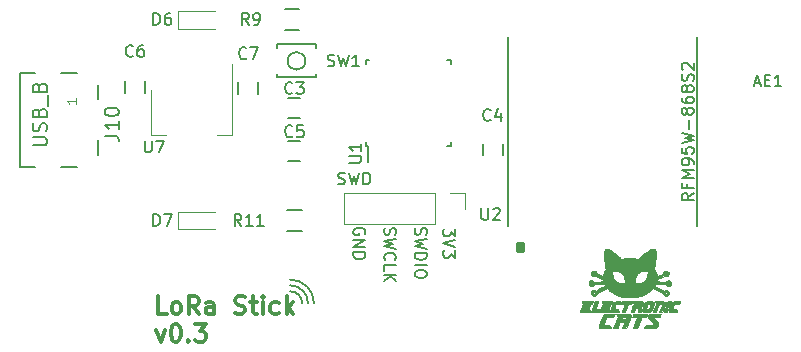
<source format=gto>
G04 #@! TF.FileFunction,Legend,Top*
%FSLAX46Y46*%
G04 Gerber Fmt 4.6, Leading zero omitted, Abs format (unit mm)*
G04 Created by KiCad (PCBNEW 4.0.7) date Monday, 02 July 2018 'PMt' 22:06:39*
%MOMM*%
%LPD*%
G01*
G04 APERTURE LIST*
%ADD10C,0.100000*%
%ADD11C,0.300000*%
%ADD12C,0.200000*%
%ADD13C,0.127000*%
%ADD14C,0.150000*%
%ADD15C,0.120000*%
%ADD16C,0.381000*%
%ADD17C,0.010000*%
%ADD18C,0.165100*%
%ADD19C,0.065024*%
G04 APERTURE END LIST*
D10*
D11*
X122657144Y-126278571D02*
X123014287Y-127278571D01*
X123371429Y-126278571D01*
X124228572Y-125778571D02*
X124371429Y-125778571D01*
X124514286Y-125850000D01*
X124585715Y-125921429D01*
X124657144Y-126064286D01*
X124728572Y-126350000D01*
X124728572Y-126707143D01*
X124657144Y-126992857D01*
X124585715Y-127135714D01*
X124514286Y-127207143D01*
X124371429Y-127278571D01*
X124228572Y-127278571D01*
X124085715Y-127207143D01*
X124014286Y-127135714D01*
X123942858Y-126992857D01*
X123871429Y-126707143D01*
X123871429Y-126350000D01*
X123942858Y-126064286D01*
X124014286Y-125921429D01*
X124085715Y-125850000D01*
X124228572Y-125778571D01*
X125371429Y-127135714D02*
X125442857Y-127207143D01*
X125371429Y-127278571D01*
X125300000Y-127207143D01*
X125371429Y-127135714D01*
X125371429Y-127278571D01*
X125942858Y-125778571D02*
X126871429Y-125778571D01*
X126371429Y-126350000D01*
X126585715Y-126350000D01*
X126728572Y-126421429D01*
X126800001Y-126492857D01*
X126871429Y-126635714D01*
X126871429Y-126992857D01*
X126800001Y-127135714D01*
X126728572Y-127207143D01*
X126585715Y-127278571D01*
X126157143Y-127278571D01*
X126014286Y-127207143D01*
X125942858Y-127135714D01*
D12*
X147947619Y-117711905D02*
X147947619Y-118330953D01*
X147566667Y-117997619D01*
X147566667Y-118140477D01*
X147519048Y-118235715D01*
X147471429Y-118283334D01*
X147376190Y-118330953D01*
X147138095Y-118330953D01*
X147042857Y-118283334D01*
X146995238Y-118235715D01*
X146947619Y-118140477D01*
X146947619Y-117854762D01*
X146995238Y-117759524D01*
X147042857Y-117711905D01*
X147947619Y-118616667D02*
X146947619Y-118950000D01*
X147947619Y-119283334D01*
X147947619Y-119521429D02*
X147947619Y-120140477D01*
X147566667Y-119807143D01*
X147566667Y-119950001D01*
X147519048Y-120045239D01*
X147471429Y-120092858D01*
X147376190Y-120140477D01*
X147138095Y-120140477D01*
X147042857Y-120092858D01*
X146995238Y-120045239D01*
X146947619Y-119950001D01*
X146947619Y-119664286D01*
X146995238Y-119569048D01*
X147042857Y-119521429D01*
X144595238Y-117630953D02*
X144547619Y-117773810D01*
X144547619Y-118011906D01*
X144595238Y-118107144D01*
X144642857Y-118154763D01*
X144738095Y-118202382D01*
X144833333Y-118202382D01*
X144928571Y-118154763D01*
X144976190Y-118107144D01*
X145023810Y-118011906D01*
X145071429Y-117821429D01*
X145119048Y-117726191D01*
X145166667Y-117678572D01*
X145261905Y-117630953D01*
X145357143Y-117630953D01*
X145452381Y-117678572D01*
X145500000Y-117726191D01*
X145547619Y-117821429D01*
X145547619Y-118059525D01*
X145500000Y-118202382D01*
X145547619Y-118535715D02*
X144547619Y-118773810D01*
X145261905Y-118964287D01*
X144547619Y-119154763D01*
X145547619Y-119392858D01*
X144547619Y-119773810D02*
X145547619Y-119773810D01*
X145547619Y-120011905D01*
X145500000Y-120154763D01*
X145404762Y-120250001D01*
X145309524Y-120297620D01*
X145119048Y-120345239D01*
X144976190Y-120345239D01*
X144785714Y-120297620D01*
X144690476Y-120250001D01*
X144595238Y-120154763D01*
X144547619Y-120011905D01*
X144547619Y-119773810D01*
X144547619Y-120773810D02*
X145547619Y-120773810D01*
X145547619Y-121440476D02*
X145547619Y-121630953D01*
X145500000Y-121726191D01*
X145404762Y-121821429D01*
X145214286Y-121869048D01*
X144880952Y-121869048D01*
X144690476Y-121821429D01*
X144595238Y-121726191D01*
X144547619Y-121630953D01*
X144547619Y-121440476D01*
X144595238Y-121345238D01*
X144690476Y-121250000D01*
X144880952Y-121202381D01*
X145214286Y-121202381D01*
X145404762Y-121250000D01*
X145500000Y-121345238D01*
X145547619Y-121440476D01*
X141995238Y-117638095D02*
X141947619Y-117780952D01*
X141947619Y-118019048D01*
X141995238Y-118114286D01*
X142042857Y-118161905D01*
X142138095Y-118209524D01*
X142233333Y-118209524D01*
X142328571Y-118161905D01*
X142376190Y-118114286D01*
X142423810Y-118019048D01*
X142471429Y-117828571D01*
X142519048Y-117733333D01*
X142566667Y-117685714D01*
X142661905Y-117638095D01*
X142757143Y-117638095D01*
X142852381Y-117685714D01*
X142900000Y-117733333D01*
X142947619Y-117828571D01*
X142947619Y-118066667D01*
X142900000Y-118209524D01*
X142947619Y-118542857D02*
X141947619Y-118780952D01*
X142661905Y-118971429D01*
X141947619Y-119161905D01*
X142947619Y-119400000D01*
X142042857Y-120352381D02*
X141995238Y-120304762D01*
X141947619Y-120161905D01*
X141947619Y-120066667D01*
X141995238Y-119923809D01*
X142090476Y-119828571D01*
X142185714Y-119780952D01*
X142376190Y-119733333D01*
X142519048Y-119733333D01*
X142709524Y-119780952D01*
X142804762Y-119828571D01*
X142900000Y-119923809D01*
X142947619Y-120066667D01*
X142947619Y-120161905D01*
X142900000Y-120304762D01*
X142852381Y-120352381D01*
X141947619Y-121257143D02*
X141947619Y-120780952D01*
X142947619Y-120780952D01*
X141947619Y-121590476D02*
X142947619Y-121590476D01*
X141947619Y-122161905D02*
X142519048Y-121733333D01*
X142947619Y-122161905D02*
X142376190Y-121590476D01*
X140300000Y-118188096D02*
X140347619Y-118092858D01*
X140347619Y-117950001D01*
X140300000Y-117807143D01*
X140204762Y-117711905D01*
X140109524Y-117664286D01*
X139919048Y-117616667D01*
X139776190Y-117616667D01*
X139585714Y-117664286D01*
X139490476Y-117711905D01*
X139395238Y-117807143D01*
X139347619Y-117950001D01*
X139347619Y-118045239D01*
X139395238Y-118188096D01*
X139442857Y-118235715D01*
X139776190Y-118235715D01*
X139776190Y-118045239D01*
X139347619Y-118664286D02*
X140347619Y-118664286D01*
X139347619Y-119235715D01*
X140347619Y-119235715D01*
X139347619Y-119711905D02*
X140347619Y-119711905D01*
X140347619Y-119950000D01*
X140300000Y-120092858D01*
X140204762Y-120188096D01*
X140109524Y-120235715D01*
X139919048Y-120283334D01*
X139776190Y-120283334D01*
X139585714Y-120235715D01*
X139490476Y-120188096D01*
X139395238Y-120092858D01*
X139347619Y-119950000D01*
X139347619Y-119711905D01*
X135500000Y-124000000D02*
G75*
G03X134000000Y-122500000I-1500000J0D01*
G01*
X136000000Y-124000000D02*
G75*
G03X134000000Y-122000000I-2000000J0D01*
G01*
X135000000Y-124000000D02*
G75*
G03X134000000Y-123000000I-1000000J0D01*
G01*
D11*
X123535715Y-124928571D02*
X122821429Y-124928571D01*
X122821429Y-123428571D01*
X124250001Y-124928571D02*
X124107143Y-124857143D01*
X124035715Y-124785714D01*
X123964286Y-124642857D01*
X123964286Y-124214286D01*
X124035715Y-124071429D01*
X124107143Y-124000000D01*
X124250001Y-123928571D01*
X124464286Y-123928571D01*
X124607143Y-124000000D01*
X124678572Y-124071429D01*
X124750001Y-124214286D01*
X124750001Y-124642857D01*
X124678572Y-124785714D01*
X124607143Y-124857143D01*
X124464286Y-124928571D01*
X124250001Y-124928571D01*
X126250001Y-124928571D02*
X125750001Y-124214286D01*
X125392858Y-124928571D02*
X125392858Y-123428571D01*
X125964286Y-123428571D01*
X126107144Y-123500000D01*
X126178572Y-123571429D01*
X126250001Y-123714286D01*
X126250001Y-123928571D01*
X126178572Y-124071429D01*
X126107144Y-124142857D01*
X125964286Y-124214286D01*
X125392858Y-124214286D01*
X127535715Y-124928571D02*
X127535715Y-124142857D01*
X127464286Y-124000000D01*
X127321429Y-123928571D01*
X127035715Y-123928571D01*
X126892858Y-124000000D01*
X127535715Y-124857143D02*
X127392858Y-124928571D01*
X127035715Y-124928571D01*
X126892858Y-124857143D01*
X126821429Y-124714286D01*
X126821429Y-124571429D01*
X126892858Y-124428571D01*
X127035715Y-124357143D01*
X127392858Y-124357143D01*
X127535715Y-124285714D01*
X129321429Y-124857143D02*
X129535715Y-124928571D01*
X129892858Y-124928571D01*
X130035715Y-124857143D01*
X130107144Y-124785714D01*
X130178572Y-124642857D01*
X130178572Y-124500000D01*
X130107144Y-124357143D01*
X130035715Y-124285714D01*
X129892858Y-124214286D01*
X129607144Y-124142857D01*
X129464286Y-124071429D01*
X129392858Y-124000000D01*
X129321429Y-123857143D01*
X129321429Y-123714286D01*
X129392858Y-123571429D01*
X129464286Y-123500000D01*
X129607144Y-123428571D01*
X129964286Y-123428571D01*
X130178572Y-123500000D01*
X130607143Y-123928571D02*
X131178572Y-123928571D01*
X130821429Y-123428571D02*
X130821429Y-124714286D01*
X130892857Y-124857143D01*
X131035715Y-124928571D01*
X131178572Y-124928571D01*
X131678572Y-124928571D02*
X131678572Y-123928571D01*
X131678572Y-123428571D02*
X131607143Y-123500000D01*
X131678572Y-123571429D01*
X131750000Y-123500000D01*
X131678572Y-123428571D01*
X131678572Y-123571429D01*
X133035715Y-124857143D02*
X132892858Y-124928571D01*
X132607144Y-124928571D01*
X132464286Y-124857143D01*
X132392858Y-124785714D01*
X132321429Y-124642857D01*
X132321429Y-124214286D01*
X132392858Y-124071429D01*
X132464286Y-124000000D01*
X132607144Y-123928571D01*
X132892858Y-123928571D01*
X133035715Y-124000000D01*
X133678572Y-124928571D02*
X133678572Y-123428571D01*
X133821429Y-124357143D02*
X134250000Y-124928571D01*
X134250000Y-123928571D02*
X133678572Y-124500000D01*
D13*
X111100000Y-104492000D02*
X111100000Y-112492000D01*
X117700000Y-105572000D02*
X117700000Y-106722000D01*
X117700000Y-110202000D02*
X117700000Y-111422000D01*
X115940000Y-104492000D02*
X114610000Y-104492000D01*
X115930000Y-112492000D02*
X114600000Y-112492000D01*
X112350000Y-104492000D02*
X111100000Y-104492000D01*
X112400000Y-112492000D02*
X111100000Y-112492000D01*
D14*
X133845000Y-108292000D02*
X134845000Y-108292000D01*
X134845000Y-106592000D02*
X133845000Y-106592000D01*
X150295000Y-110492000D02*
X150295000Y-111492000D01*
X151995000Y-111492000D02*
X151995000Y-110492000D01*
X133845000Y-111942000D02*
X134845000Y-111942000D01*
X134845000Y-110242000D02*
X133845000Y-110242000D01*
X121695000Y-106192000D02*
X121695000Y-105192000D01*
X119995000Y-105192000D02*
X119995000Y-106192000D01*
X129595000Y-105292000D02*
X129595000Y-106292000D01*
X131295000Y-106292000D02*
X131295000Y-105292000D01*
D15*
X127650000Y-100750000D02*
X124450000Y-100750000D01*
X124450000Y-99250000D02*
X127650000Y-99250000D01*
X124450000Y-99250000D02*
X124450000Y-100750000D01*
X127650000Y-117750000D02*
X124450000Y-117750000D01*
X124450000Y-116250000D02*
X127650000Y-116250000D01*
X124450000Y-116250000D02*
X124450000Y-117750000D01*
X138535000Y-114662000D02*
X138535000Y-117322000D01*
X146215000Y-114662000D02*
X138535000Y-114662000D01*
X146215000Y-117322000D02*
X138535000Y-117322000D01*
X146215000Y-114662000D02*
X146215000Y-117322000D01*
X147485000Y-114662000D02*
X148815000Y-114662000D01*
X148815000Y-114662000D02*
X148815000Y-115992000D01*
D14*
X133550000Y-99125000D02*
X134750000Y-99125000D01*
X134750000Y-100875000D02*
X133550000Y-100875000D01*
X133750000Y-116125000D02*
X134950000Y-116125000D01*
X134950000Y-117875000D02*
X133750000Y-117875000D01*
X135275000Y-103492000D02*
G75*
G03X135275000Y-103492000I-750000J0D01*
G01*
X136175000Y-102392000D02*
X136175000Y-102092000D01*
X136175000Y-102092000D02*
X132875000Y-102092000D01*
X132875000Y-102092000D02*
X132875000Y-102392000D01*
X136175000Y-104592000D02*
X136175000Y-104892000D01*
X136175000Y-104892000D02*
X132875000Y-104892000D01*
X132875000Y-104892000D02*
X132875000Y-104592000D01*
X140370000Y-110667000D02*
X140595000Y-110667000D01*
X140370000Y-103417000D02*
X140695000Y-103417000D01*
X147620000Y-103417000D02*
X147295000Y-103417000D01*
X147620000Y-110667000D02*
X147295000Y-110667000D01*
X140370000Y-110667000D02*
X140370000Y-110342000D01*
X147620000Y-110667000D02*
X147620000Y-110342000D01*
X147620000Y-103417000D02*
X147620000Y-103742000D01*
X140370000Y-103417000D02*
X140370000Y-103742000D01*
X140595000Y-110667000D02*
X140595000Y-112092000D01*
D12*
X152445000Y-117492000D02*
X152445000Y-101492000D01*
X168445000Y-101492000D02*
X168445000Y-117492000D01*
X153736550Y-119242000D02*
G75*
G03X153736550Y-119242000I-291550J0D01*
G01*
D16*
G36*
X153245000Y-119514600D02*
X153245000Y-118992000D01*
X153629640Y-118992000D01*
X153629640Y-119514600D01*
X153245000Y-119514600D01*
G37*
X153245000Y-119514600D02*
X153245000Y-118992000D01*
X153629640Y-118992000D01*
X153629640Y-119514600D01*
X153245000Y-119514600D01*
D15*
X122235000Y-109752000D02*
X123495000Y-109752000D01*
X129055000Y-109752000D02*
X127795000Y-109752000D01*
X122235000Y-105992000D02*
X122235000Y-109752000D01*
X129055000Y-103742000D02*
X129055000Y-109752000D01*
D17*
G36*
X161238048Y-124884469D02*
X161292678Y-124884584D01*
X161341279Y-124884798D01*
X161382972Y-124885106D01*
X161416877Y-124885503D01*
X161442114Y-124885985D01*
X161457803Y-124886546D01*
X161463067Y-124887166D01*
X161461093Y-124894025D01*
X161455663Y-124909457D01*
X161447512Y-124931556D01*
X161437375Y-124958412D01*
X161425988Y-124988118D01*
X161414086Y-125018766D01*
X161402405Y-125048447D01*
X161391679Y-125075254D01*
X161382645Y-125097279D01*
X161376993Y-125110481D01*
X161360230Y-125148273D01*
X161099793Y-125149992D01*
X161038766Y-125150408D01*
X160987984Y-125150814D01*
X160946400Y-125151261D01*
X160912969Y-125151800D01*
X160886647Y-125152483D01*
X160866388Y-125153360D01*
X160851148Y-125154484D01*
X160839881Y-125155905D01*
X160831542Y-125157675D01*
X160825086Y-125159846D01*
X160819469Y-125162467D01*
X160816778Y-125163894D01*
X160793416Y-125179106D01*
X160773188Y-125198526D01*
X160754966Y-125223783D01*
X160737626Y-125256510D01*
X160720044Y-125298336D01*
X160715189Y-125311185D01*
X160707358Y-125331822D01*
X160695940Y-125361251D01*
X160681595Y-125397803D01*
X160664981Y-125439812D01*
X160646760Y-125485608D01*
X160627589Y-125533525D01*
X160608616Y-125580688D01*
X160590241Y-125626395D01*
X160573110Y-125669310D01*
X160557712Y-125708193D01*
X160544531Y-125741804D01*
X160534053Y-125768901D01*
X160526765Y-125788245D01*
X160523152Y-125798595D01*
X160522928Y-125799411D01*
X160519220Y-125814933D01*
X161021359Y-125814933D01*
X161076339Y-125932055D01*
X161092845Y-125967406D01*
X161108337Y-126000935D01*
X161121953Y-126030746D01*
X161132829Y-126054946D01*
X161140102Y-126071640D01*
X161141888Y-126075988D01*
X161152457Y-126102800D01*
X160685462Y-126102550D01*
X160601915Y-126102497D01*
X160528908Y-126102423D01*
X160465694Y-126102311D01*
X160411523Y-126102143D01*
X160365648Y-126101902D01*
X160327319Y-126101572D01*
X160295789Y-126101135D01*
X160270309Y-126100574D01*
X160250131Y-126099872D01*
X160234507Y-126099012D01*
X160222687Y-126097977D01*
X160213924Y-126096749D01*
X160207469Y-126095313D01*
X160202574Y-126093650D01*
X160198490Y-126091743D01*
X160197878Y-126091423D01*
X160168128Y-126069531D01*
X160144680Y-126039458D01*
X160128464Y-126002954D01*
X160120414Y-125961767D01*
X160119689Y-125944633D01*
X160121465Y-125919238D01*
X160126944Y-125888459D01*
X160136352Y-125851603D01*
X160149915Y-125807977D01*
X160167860Y-125756886D01*
X160190413Y-125697637D01*
X160217799Y-125629535D01*
X160239071Y-125578358D01*
X160255246Y-125539239D01*
X160273025Y-125495214D01*
X160290616Y-125450785D01*
X160306226Y-125410451D01*
X160311425Y-125396709D01*
X160336735Y-125330405D01*
X160362653Y-125264678D01*
X160388289Y-125201694D01*
X160412750Y-125143617D01*
X160435146Y-125092615D01*
X160448729Y-125063103D01*
X160477270Y-125010395D01*
X160508715Y-124967763D01*
X160544005Y-124934165D01*
X160584081Y-124908560D01*
X160591714Y-124904796D01*
X160630511Y-124886422D01*
X161046789Y-124884772D01*
X161114224Y-124884558D01*
X161178270Y-124884459D01*
X161238048Y-124884469D01*
X161238048Y-124884469D01*
G37*
X161238048Y-124884469D02*
X161292678Y-124884584D01*
X161341279Y-124884798D01*
X161382972Y-124885106D01*
X161416877Y-124885503D01*
X161442114Y-124885985D01*
X161457803Y-124886546D01*
X161463067Y-124887166D01*
X161461093Y-124894025D01*
X161455663Y-124909457D01*
X161447512Y-124931556D01*
X161437375Y-124958412D01*
X161425988Y-124988118D01*
X161414086Y-125018766D01*
X161402405Y-125048447D01*
X161391679Y-125075254D01*
X161382645Y-125097279D01*
X161376993Y-125110481D01*
X161360230Y-125148273D01*
X161099793Y-125149992D01*
X161038766Y-125150408D01*
X160987984Y-125150814D01*
X160946400Y-125151261D01*
X160912969Y-125151800D01*
X160886647Y-125152483D01*
X160866388Y-125153360D01*
X160851148Y-125154484D01*
X160839881Y-125155905D01*
X160831542Y-125157675D01*
X160825086Y-125159846D01*
X160819469Y-125162467D01*
X160816778Y-125163894D01*
X160793416Y-125179106D01*
X160773188Y-125198526D01*
X160754966Y-125223783D01*
X160737626Y-125256510D01*
X160720044Y-125298336D01*
X160715189Y-125311185D01*
X160707358Y-125331822D01*
X160695940Y-125361251D01*
X160681595Y-125397803D01*
X160664981Y-125439812D01*
X160646760Y-125485608D01*
X160627589Y-125533525D01*
X160608616Y-125580688D01*
X160590241Y-125626395D01*
X160573110Y-125669310D01*
X160557712Y-125708193D01*
X160544531Y-125741804D01*
X160534053Y-125768901D01*
X160526765Y-125788245D01*
X160523152Y-125798595D01*
X160522928Y-125799411D01*
X160519220Y-125814933D01*
X161021359Y-125814933D01*
X161076339Y-125932055D01*
X161092845Y-125967406D01*
X161108337Y-126000935D01*
X161121953Y-126030746D01*
X161132829Y-126054946D01*
X161140102Y-126071640D01*
X161141888Y-126075988D01*
X161152457Y-126102800D01*
X160685462Y-126102550D01*
X160601915Y-126102497D01*
X160528908Y-126102423D01*
X160465694Y-126102311D01*
X160411523Y-126102143D01*
X160365648Y-126101902D01*
X160327319Y-126101572D01*
X160295789Y-126101135D01*
X160270309Y-126100574D01*
X160250131Y-126099872D01*
X160234507Y-126099012D01*
X160222687Y-126097977D01*
X160213924Y-126096749D01*
X160207469Y-126095313D01*
X160202574Y-126093650D01*
X160198490Y-126091743D01*
X160197878Y-126091423D01*
X160168128Y-126069531D01*
X160144680Y-126039458D01*
X160128464Y-126002954D01*
X160120414Y-125961767D01*
X160119689Y-125944633D01*
X160121465Y-125919238D01*
X160126944Y-125888459D01*
X160136352Y-125851603D01*
X160149915Y-125807977D01*
X160167860Y-125756886D01*
X160190413Y-125697637D01*
X160217799Y-125629535D01*
X160239071Y-125578358D01*
X160255246Y-125539239D01*
X160273025Y-125495214D01*
X160290616Y-125450785D01*
X160306226Y-125410451D01*
X160311425Y-125396709D01*
X160336735Y-125330405D01*
X160362653Y-125264678D01*
X160388289Y-125201694D01*
X160412750Y-125143617D01*
X160435146Y-125092615D01*
X160448729Y-125063103D01*
X160477270Y-125010395D01*
X160508715Y-124967763D01*
X160544005Y-124934165D01*
X160584081Y-124908560D01*
X160591714Y-124904796D01*
X160630511Y-124886422D01*
X161046789Y-124884772D01*
X161114224Y-124884558D01*
X161178270Y-124884459D01*
X161238048Y-124884469D01*
G36*
X161991604Y-124884512D02*
X162081446Y-124884699D01*
X162155922Y-124884912D01*
X162247790Y-124885213D01*
X162329057Y-124885513D01*
X162400409Y-124885826D01*
X162462536Y-124886166D01*
X162516124Y-124886545D01*
X162561861Y-124886978D01*
X162600434Y-124887477D01*
X162632531Y-124888056D01*
X162658840Y-124888729D01*
X162680048Y-124889509D01*
X162696842Y-124890410D01*
X162709911Y-124891445D01*
X162719942Y-124892628D01*
X162727622Y-124893971D01*
X162733638Y-124895490D01*
X162736135Y-124896284D01*
X162772439Y-124914287D01*
X162802406Y-124940922D01*
X162825079Y-124974894D01*
X162839502Y-125014910D01*
X162843857Y-125041918D01*
X162844487Y-125063724D01*
X162842427Y-125088488D01*
X162837413Y-125117055D01*
X162829176Y-125150274D01*
X162817453Y-125188988D01*
X162801978Y-125234046D01*
X162782483Y-125286293D01*
X162758705Y-125346575D01*
X162730376Y-125415738D01*
X162714577Y-125453546D01*
X162701817Y-125484323D01*
X162685671Y-125523910D01*
X162666826Y-125570588D01*
X162645970Y-125622640D01*
X162623788Y-125678347D01*
X162600969Y-125735991D01*
X162578198Y-125793853D01*
X162561115Y-125837511D01*
X162458698Y-126099977D01*
X162276971Y-126101467D01*
X162221939Y-126101747D01*
X162176292Y-126101616D01*
X162140418Y-126101083D01*
X162114706Y-126100157D01*
X162099547Y-126098847D01*
X162095244Y-126097387D01*
X162097248Y-126091110D01*
X162102975Y-126075444D01*
X162111999Y-126051501D01*
X162123895Y-126020391D01*
X162138237Y-125983223D01*
X162154598Y-125941109D01*
X162172554Y-125895159D01*
X162183487Y-125867297D01*
X162202274Y-125819431D01*
X162219821Y-125774594D01*
X162235686Y-125733926D01*
X162249427Y-125698565D01*
X162260603Y-125669652D01*
X162268770Y-125648324D01*
X162273487Y-125635722D01*
X162274457Y-125632900D01*
X162274610Y-125630223D01*
X162272702Y-125628077D01*
X162267631Y-125626404D01*
X162258298Y-125625146D01*
X162243601Y-125624243D01*
X162222441Y-125623638D01*
X162193716Y-125623272D01*
X162156327Y-125623088D01*
X162109173Y-125623025D01*
X162088199Y-125623022D01*
X161899215Y-125623022D01*
X161867853Y-125697811D01*
X161856878Y-125724256D01*
X161842743Y-125758736D01*
X161826445Y-125798791D01*
X161808983Y-125841961D01*
X161791356Y-125885785D01*
X161779274Y-125915987D01*
X161763634Y-125954964D01*
X161748791Y-125991542D01*
X161735421Y-126024091D01*
X161724198Y-126050981D01*
X161715796Y-126070583D01*
X161710981Y-126081087D01*
X161699904Y-126102800D01*
X161522218Y-126102800D01*
X161466748Y-126102620D01*
X161421286Y-126102088D01*
X161386102Y-126101212D01*
X161361464Y-126100001D01*
X161347641Y-126098463D01*
X161344533Y-126097110D01*
X161346577Y-126091084D01*
X161352459Y-126075526D01*
X161361803Y-126051380D01*
X161374233Y-126019587D01*
X161389374Y-125981091D01*
X161406850Y-125936833D01*
X161426286Y-125887755D01*
X161447306Y-125834801D01*
X161469534Y-125778912D01*
X161492595Y-125721030D01*
X161516114Y-125662098D01*
X161539714Y-125603059D01*
X161563020Y-125544854D01*
X161585657Y-125488426D01*
X161607249Y-125434717D01*
X161627419Y-125384669D01*
X161638249Y-125357883D01*
X162004974Y-125357883D01*
X162195453Y-125356397D01*
X162385933Y-125354911D01*
X162403869Y-125318222D01*
X162414834Y-125293332D01*
X162426014Y-125264029D01*
X162434571Y-125238002D01*
X162440891Y-125214971D01*
X162443703Y-125199677D01*
X162443301Y-125189226D01*
X162440282Y-125181291D01*
X162435464Y-125172989D01*
X162430027Y-125166398D01*
X162422681Y-125161303D01*
X162412136Y-125157490D01*
X162397102Y-125154743D01*
X162376290Y-125152849D01*
X162348408Y-125151592D01*
X162312169Y-125150759D01*
X162266280Y-125150135D01*
X162251993Y-125149973D01*
X162095475Y-125148236D01*
X162084109Y-125166907D01*
X162075733Y-125182917D01*
X162064224Y-125208318D01*
X162050122Y-125241828D01*
X162033970Y-125282163D01*
X162018397Y-125322530D01*
X162004974Y-125357883D01*
X161638249Y-125357883D01*
X161645794Y-125339225D01*
X161661997Y-125299328D01*
X161675652Y-125265918D01*
X161681497Y-125251723D01*
X161724128Y-125148535D01*
X161664153Y-125022203D01*
X161647616Y-124987124D01*
X161632826Y-124955275D01*
X161620441Y-124928116D01*
X161611122Y-124907109D01*
X161605530Y-124893712D01*
X161604178Y-124889525D01*
X161607421Y-124888408D01*
X161617431Y-124887437D01*
X161634630Y-124886609D01*
X161659436Y-124885920D01*
X161692271Y-124885366D01*
X161733556Y-124884945D01*
X161783711Y-124884653D01*
X161843157Y-124884485D01*
X161912315Y-124884440D01*
X161991604Y-124884512D01*
X161991604Y-124884512D01*
G37*
X161991604Y-124884512D02*
X162081446Y-124884699D01*
X162155922Y-124884912D01*
X162247790Y-124885213D01*
X162329057Y-124885513D01*
X162400409Y-124885826D01*
X162462536Y-124886166D01*
X162516124Y-124886545D01*
X162561861Y-124886978D01*
X162600434Y-124887477D01*
X162632531Y-124888056D01*
X162658840Y-124888729D01*
X162680048Y-124889509D01*
X162696842Y-124890410D01*
X162709911Y-124891445D01*
X162719942Y-124892628D01*
X162727622Y-124893971D01*
X162733638Y-124895490D01*
X162736135Y-124896284D01*
X162772439Y-124914287D01*
X162802406Y-124940922D01*
X162825079Y-124974894D01*
X162839502Y-125014910D01*
X162843857Y-125041918D01*
X162844487Y-125063724D01*
X162842427Y-125088488D01*
X162837413Y-125117055D01*
X162829176Y-125150274D01*
X162817453Y-125188988D01*
X162801978Y-125234046D01*
X162782483Y-125286293D01*
X162758705Y-125346575D01*
X162730376Y-125415738D01*
X162714577Y-125453546D01*
X162701817Y-125484323D01*
X162685671Y-125523910D01*
X162666826Y-125570588D01*
X162645970Y-125622640D01*
X162623788Y-125678347D01*
X162600969Y-125735991D01*
X162578198Y-125793853D01*
X162561115Y-125837511D01*
X162458698Y-126099977D01*
X162276971Y-126101467D01*
X162221939Y-126101747D01*
X162176292Y-126101616D01*
X162140418Y-126101083D01*
X162114706Y-126100157D01*
X162099547Y-126098847D01*
X162095244Y-126097387D01*
X162097248Y-126091110D01*
X162102975Y-126075444D01*
X162111999Y-126051501D01*
X162123895Y-126020391D01*
X162138237Y-125983223D01*
X162154598Y-125941109D01*
X162172554Y-125895159D01*
X162183487Y-125867297D01*
X162202274Y-125819431D01*
X162219821Y-125774594D01*
X162235686Y-125733926D01*
X162249427Y-125698565D01*
X162260603Y-125669652D01*
X162268770Y-125648324D01*
X162273487Y-125635722D01*
X162274457Y-125632900D01*
X162274610Y-125630223D01*
X162272702Y-125628077D01*
X162267631Y-125626404D01*
X162258298Y-125625146D01*
X162243601Y-125624243D01*
X162222441Y-125623638D01*
X162193716Y-125623272D01*
X162156327Y-125623088D01*
X162109173Y-125623025D01*
X162088199Y-125623022D01*
X161899215Y-125623022D01*
X161867853Y-125697811D01*
X161856878Y-125724256D01*
X161842743Y-125758736D01*
X161826445Y-125798791D01*
X161808983Y-125841961D01*
X161791356Y-125885785D01*
X161779274Y-125915987D01*
X161763634Y-125954964D01*
X161748791Y-125991542D01*
X161735421Y-126024091D01*
X161724198Y-126050981D01*
X161715796Y-126070583D01*
X161710981Y-126081087D01*
X161699904Y-126102800D01*
X161522218Y-126102800D01*
X161466748Y-126102620D01*
X161421286Y-126102088D01*
X161386102Y-126101212D01*
X161361464Y-126100001D01*
X161347641Y-126098463D01*
X161344533Y-126097110D01*
X161346577Y-126091084D01*
X161352459Y-126075526D01*
X161361803Y-126051380D01*
X161374233Y-126019587D01*
X161389374Y-125981091D01*
X161406850Y-125936833D01*
X161426286Y-125887755D01*
X161447306Y-125834801D01*
X161469534Y-125778912D01*
X161492595Y-125721030D01*
X161516114Y-125662098D01*
X161539714Y-125603059D01*
X161563020Y-125544854D01*
X161585657Y-125488426D01*
X161607249Y-125434717D01*
X161627419Y-125384669D01*
X161638249Y-125357883D01*
X162004974Y-125357883D01*
X162195453Y-125356397D01*
X162385933Y-125354911D01*
X162403869Y-125318222D01*
X162414834Y-125293332D01*
X162426014Y-125264029D01*
X162434571Y-125238002D01*
X162440891Y-125214971D01*
X162443703Y-125199677D01*
X162443301Y-125189226D01*
X162440282Y-125181291D01*
X162435464Y-125172989D01*
X162430027Y-125166398D01*
X162422681Y-125161303D01*
X162412136Y-125157490D01*
X162397102Y-125154743D01*
X162376290Y-125152849D01*
X162348408Y-125151592D01*
X162312169Y-125150759D01*
X162266280Y-125150135D01*
X162251993Y-125149973D01*
X162095475Y-125148236D01*
X162084109Y-125166907D01*
X162075733Y-125182917D01*
X162064224Y-125208318D01*
X162050122Y-125241828D01*
X162033970Y-125282163D01*
X162018397Y-125322530D01*
X162004974Y-125357883D01*
X161638249Y-125357883D01*
X161645794Y-125339225D01*
X161661997Y-125299328D01*
X161675652Y-125265918D01*
X161681497Y-125251723D01*
X161724128Y-125148535D01*
X161664153Y-125022203D01*
X161647616Y-124987124D01*
X161632826Y-124955275D01*
X161620441Y-124928116D01*
X161611122Y-124907109D01*
X161605530Y-124893712D01*
X161604178Y-124889525D01*
X161607421Y-124888408D01*
X161617431Y-124887437D01*
X161634630Y-124886609D01*
X161659436Y-124885920D01*
X161692271Y-124885366D01*
X161733556Y-124884945D01*
X161783711Y-124884653D01*
X161843157Y-124884485D01*
X161912315Y-124884440D01*
X161991604Y-124884512D01*
G36*
X163755374Y-124883101D02*
X163822832Y-124883233D01*
X163887829Y-124883459D01*
X163949452Y-124883780D01*
X164006786Y-124884198D01*
X164058917Y-124884713D01*
X164104930Y-124885326D01*
X164143912Y-124886038D01*
X164174947Y-124886850D01*
X164197123Y-124887762D01*
X164209524Y-124888777D01*
X164211911Y-124889498D01*
X164209955Y-124896219D01*
X164204462Y-124911933D01*
X164195993Y-124935116D01*
X164185111Y-124964244D01*
X164172378Y-124997792D01*
X164163028Y-125022143D01*
X164114145Y-125148888D01*
X163760546Y-125148888D01*
X163745454Y-125178522D01*
X163738093Y-125194315D01*
X163727915Y-125217989D01*
X163716042Y-125246847D01*
X163703596Y-125278188D01*
X163697939Y-125292822D01*
X163683802Y-125329324D01*
X163668042Y-125369348D01*
X163652408Y-125408488D01*
X163638650Y-125442339D01*
X163636295Y-125448044D01*
X163628575Y-125466927D01*
X163617221Y-125495035D01*
X163602744Y-125531092D01*
X163585652Y-125573824D01*
X163566455Y-125621953D01*
X163545661Y-125674203D01*
X163523781Y-125729300D01*
X163501324Y-125785967D01*
X163492095Y-125809288D01*
X163377116Y-126099977D01*
X163004534Y-126102951D01*
X163010030Y-126087353D01*
X163012913Y-126079863D01*
X163019678Y-126062678D01*
X163030011Y-126036583D01*
X163043599Y-126002364D01*
X163060129Y-125960807D01*
X163079290Y-125912698D01*
X163100767Y-125858822D01*
X163124248Y-125799965D01*
X163149419Y-125736912D01*
X163175969Y-125670449D01*
X163198310Y-125614555D01*
X163225575Y-125546237D01*
X163251550Y-125480915D01*
X163275940Y-125419347D01*
X163298447Y-125362294D01*
X163318775Y-125310515D01*
X163336627Y-125264770D01*
X163351707Y-125225819D01*
X163363717Y-125194422D01*
X163372362Y-125171338D01*
X163377345Y-125157327D01*
X163378481Y-125153122D01*
X163372431Y-125152149D01*
X163356372Y-125151255D01*
X163331587Y-125150466D01*
X163299357Y-125149809D01*
X163260961Y-125149309D01*
X163217682Y-125148994D01*
X163172620Y-125148888D01*
X162969372Y-125148888D01*
X162973231Y-125136188D01*
X162975990Y-125128292D01*
X162982035Y-125111676D01*
X162990676Y-125088190D01*
X163001227Y-125059682D01*
X163013000Y-125028001D01*
X163025307Y-124994993D01*
X163037461Y-124962509D01*
X163048773Y-124932394D01*
X163058556Y-124906499D01*
X163064593Y-124890655D01*
X163070502Y-124889562D01*
X163086749Y-124888550D01*
X163112421Y-124887620D01*
X163146604Y-124886774D01*
X163188383Y-124886013D01*
X163236844Y-124885336D01*
X163291073Y-124884746D01*
X163350155Y-124884242D01*
X163413176Y-124883827D01*
X163479223Y-124883500D01*
X163547380Y-124883263D01*
X163616734Y-124883117D01*
X163686370Y-124883063D01*
X163755374Y-124883101D01*
X163755374Y-124883101D01*
G37*
X163755374Y-124883101D02*
X163822832Y-124883233D01*
X163887829Y-124883459D01*
X163949452Y-124883780D01*
X164006786Y-124884198D01*
X164058917Y-124884713D01*
X164104930Y-124885326D01*
X164143912Y-124886038D01*
X164174947Y-124886850D01*
X164197123Y-124887762D01*
X164209524Y-124888777D01*
X164211911Y-124889498D01*
X164209955Y-124896219D01*
X164204462Y-124911933D01*
X164195993Y-124935116D01*
X164185111Y-124964244D01*
X164172378Y-124997792D01*
X164163028Y-125022143D01*
X164114145Y-125148888D01*
X163760546Y-125148888D01*
X163745454Y-125178522D01*
X163738093Y-125194315D01*
X163727915Y-125217989D01*
X163716042Y-125246847D01*
X163703596Y-125278188D01*
X163697939Y-125292822D01*
X163683802Y-125329324D01*
X163668042Y-125369348D01*
X163652408Y-125408488D01*
X163638650Y-125442339D01*
X163636295Y-125448044D01*
X163628575Y-125466927D01*
X163617221Y-125495035D01*
X163602744Y-125531092D01*
X163585652Y-125573824D01*
X163566455Y-125621953D01*
X163545661Y-125674203D01*
X163523781Y-125729300D01*
X163501324Y-125785967D01*
X163492095Y-125809288D01*
X163377116Y-126099977D01*
X163004534Y-126102951D01*
X163010030Y-126087353D01*
X163012913Y-126079863D01*
X163019678Y-126062678D01*
X163030011Y-126036583D01*
X163043599Y-126002364D01*
X163060129Y-125960807D01*
X163079290Y-125912698D01*
X163100767Y-125858822D01*
X163124248Y-125799965D01*
X163149419Y-125736912D01*
X163175969Y-125670449D01*
X163198310Y-125614555D01*
X163225575Y-125546237D01*
X163251550Y-125480915D01*
X163275940Y-125419347D01*
X163298447Y-125362294D01*
X163318775Y-125310515D01*
X163336627Y-125264770D01*
X163351707Y-125225819D01*
X163363717Y-125194422D01*
X163372362Y-125171338D01*
X163377345Y-125157327D01*
X163378481Y-125153122D01*
X163372431Y-125152149D01*
X163356372Y-125151255D01*
X163331587Y-125150466D01*
X163299357Y-125149809D01*
X163260961Y-125149309D01*
X163217682Y-125148994D01*
X163172620Y-125148888D01*
X162969372Y-125148888D01*
X162973231Y-125136188D01*
X162975990Y-125128292D01*
X162982035Y-125111676D01*
X162990676Y-125088190D01*
X163001227Y-125059682D01*
X163013000Y-125028001D01*
X163025307Y-124994993D01*
X163037461Y-124962509D01*
X163048773Y-124932394D01*
X163058556Y-124906499D01*
X163064593Y-124890655D01*
X163070502Y-124889562D01*
X163086749Y-124888550D01*
X163112421Y-124887620D01*
X163146604Y-124886774D01*
X163188383Y-124886013D01*
X163236844Y-124885336D01*
X163291073Y-124884746D01*
X163350155Y-124884242D01*
X163413176Y-124883827D01*
X163479223Y-124883500D01*
X163547380Y-124883263D01*
X163616734Y-124883117D01*
X163686370Y-124883063D01*
X163755374Y-124883101D01*
G36*
X165198718Y-124884699D02*
X165248882Y-124884872D01*
X165292225Y-124885141D01*
X165327884Y-124885501D01*
X165354996Y-124885947D01*
X165372699Y-124886477D01*
X165380131Y-124887084D01*
X165380311Y-124887201D01*
X165378310Y-124893399D01*
X165372704Y-124908536D01*
X165364083Y-124931072D01*
X165353040Y-124959467D01*
X165340167Y-124992181D01*
X165333022Y-125010198D01*
X165319220Y-125044975D01*
X165306707Y-125076623D01*
X165296129Y-125103502D01*
X165288131Y-125123970D01*
X165283358Y-125136386D01*
X165282399Y-125139011D01*
X165280996Y-125141373D01*
X165277873Y-125143327D01*
X165272043Y-125144912D01*
X165262522Y-125146166D01*
X165248323Y-125147127D01*
X165228463Y-125147835D01*
X165201955Y-125148327D01*
X165167813Y-125148642D01*
X165125054Y-125148818D01*
X165072691Y-125148895D01*
X165029121Y-125148909D01*
X164969298Y-125148936D01*
X164919712Y-125149033D01*
X164879314Y-125149244D01*
X164847053Y-125149611D01*
X164821877Y-125150177D01*
X164802737Y-125150985D01*
X164788581Y-125152077D01*
X164778359Y-125153497D01*
X164771019Y-125155286D01*
X164765512Y-125157489D01*
X164761337Y-125159809D01*
X164748349Y-125169648D01*
X164741059Y-125180579D01*
X164739911Y-125193428D01*
X164745348Y-125209019D01*
X164757812Y-125228176D01*
X164777746Y-125251723D01*
X164805594Y-125280485D01*
X164841798Y-125315286D01*
X164848016Y-125321115D01*
X164895800Y-125366648D01*
X164940644Y-125411052D01*
X164981397Y-125453113D01*
X165016912Y-125491615D01*
X165046037Y-125525346D01*
X165067622Y-125553089D01*
X165067657Y-125553137D01*
X165091533Y-125594299D01*
X165110277Y-125642812D01*
X165122771Y-125695471D01*
X165126156Y-125720642D01*
X165128329Y-125770326D01*
X165125437Y-125821146D01*
X165117947Y-125870341D01*
X165106327Y-125915147D01*
X165091046Y-125952802D01*
X165084956Y-125963721D01*
X165060784Y-125995840D01*
X165029356Y-126026773D01*
X164994477Y-126053086D01*
X164971144Y-126066387D01*
X164958052Y-126072798D01*
X164946218Y-126078409D01*
X164934833Y-126083274D01*
X164923086Y-126087445D01*
X164910167Y-126090976D01*
X164895266Y-126093921D01*
X164877571Y-126096332D01*
X164856272Y-126098262D01*
X164830560Y-126099766D01*
X164799623Y-126100895D01*
X164762651Y-126101704D01*
X164718834Y-126102246D01*
X164667362Y-126102573D01*
X164607423Y-126102739D01*
X164538208Y-126102797D01*
X164458906Y-126102801D01*
X164416747Y-126102800D01*
X164344682Y-126102739D01*
X164276568Y-126102563D01*
X164213201Y-126102280D01*
X164155379Y-126101899D01*
X164103898Y-126101428D01*
X164059552Y-126100878D01*
X164023140Y-126100255D01*
X163995456Y-126099570D01*
X163977297Y-126098831D01*
X163969460Y-126098046D01*
X163969200Y-126097872D01*
X163971152Y-126091476D01*
X163976652Y-126076001D01*
X163985162Y-126052889D01*
X163996145Y-126023587D01*
X164009066Y-125989537D01*
X164022167Y-125955349D01*
X164075134Y-125817755D01*
X164402011Y-125814933D01*
X164471307Y-125814315D01*
X164530207Y-125813731D01*
X164579605Y-125813145D01*
X164620393Y-125812526D01*
X164653464Y-125811838D01*
X164679712Y-125811047D01*
X164700029Y-125810121D01*
X164715308Y-125809024D01*
X164726443Y-125807723D01*
X164734326Y-125806184D01*
X164739850Y-125804374D01*
X164743909Y-125802258D01*
X164744412Y-125801934D01*
X164759185Y-125789945D01*
X164767220Y-125776989D01*
X164768137Y-125762156D01*
X164761556Y-125744535D01*
X164747094Y-125723217D01*
X164724372Y-125697290D01*
X164693007Y-125665846D01*
X164683759Y-125657004D01*
X164661102Y-125635292D01*
X164632361Y-125607429D01*
X164599419Y-125575258D01*
X164564160Y-125540624D01*
X164528467Y-125505373D01*
X164496442Y-125473559D01*
X164458074Y-125435015D01*
X164427040Y-125403100D01*
X164402402Y-125376766D01*
X164383217Y-125354965D01*
X164368546Y-125336650D01*
X164357447Y-125320771D01*
X164353385Y-125314170D01*
X164330849Y-125270884D01*
X164316521Y-125230088D01*
X164309294Y-125187894D01*
X164307867Y-125154308D01*
X164311600Y-125094410D01*
X164323001Y-125042628D01*
X164342369Y-124998523D01*
X164370001Y-124961657D01*
X164406198Y-124931593D01*
X164451258Y-124907893D01*
X164484289Y-124896046D01*
X164490937Y-124894331D01*
X164499505Y-124892830D01*
X164510770Y-124891522D01*
X164525509Y-124890390D01*
X164544500Y-124889416D01*
X164568521Y-124888580D01*
X164598350Y-124887865D01*
X164634763Y-124887252D01*
X164678538Y-124886722D01*
X164730454Y-124886256D01*
X164791288Y-124885838D01*
X164861817Y-124885447D01*
X164942818Y-124885065D01*
X164947100Y-124885046D01*
X165015924Y-124884795D01*
X165081376Y-124884656D01*
X165142596Y-124884626D01*
X165198718Y-124884699D01*
X165198718Y-124884699D01*
G37*
X165198718Y-124884699D02*
X165248882Y-124884872D01*
X165292225Y-124885141D01*
X165327884Y-124885501D01*
X165354996Y-124885947D01*
X165372699Y-124886477D01*
X165380131Y-124887084D01*
X165380311Y-124887201D01*
X165378310Y-124893399D01*
X165372704Y-124908536D01*
X165364083Y-124931072D01*
X165353040Y-124959467D01*
X165340167Y-124992181D01*
X165333022Y-125010198D01*
X165319220Y-125044975D01*
X165306707Y-125076623D01*
X165296129Y-125103502D01*
X165288131Y-125123970D01*
X165283358Y-125136386D01*
X165282399Y-125139011D01*
X165280996Y-125141373D01*
X165277873Y-125143327D01*
X165272043Y-125144912D01*
X165262522Y-125146166D01*
X165248323Y-125147127D01*
X165228463Y-125147835D01*
X165201955Y-125148327D01*
X165167813Y-125148642D01*
X165125054Y-125148818D01*
X165072691Y-125148895D01*
X165029121Y-125148909D01*
X164969298Y-125148936D01*
X164919712Y-125149033D01*
X164879314Y-125149244D01*
X164847053Y-125149611D01*
X164821877Y-125150177D01*
X164802737Y-125150985D01*
X164788581Y-125152077D01*
X164778359Y-125153497D01*
X164771019Y-125155286D01*
X164765512Y-125157489D01*
X164761337Y-125159809D01*
X164748349Y-125169648D01*
X164741059Y-125180579D01*
X164739911Y-125193428D01*
X164745348Y-125209019D01*
X164757812Y-125228176D01*
X164777746Y-125251723D01*
X164805594Y-125280485D01*
X164841798Y-125315286D01*
X164848016Y-125321115D01*
X164895800Y-125366648D01*
X164940644Y-125411052D01*
X164981397Y-125453113D01*
X165016912Y-125491615D01*
X165046037Y-125525346D01*
X165067622Y-125553089D01*
X165067657Y-125553137D01*
X165091533Y-125594299D01*
X165110277Y-125642812D01*
X165122771Y-125695471D01*
X165126156Y-125720642D01*
X165128329Y-125770326D01*
X165125437Y-125821146D01*
X165117947Y-125870341D01*
X165106327Y-125915147D01*
X165091046Y-125952802D01*
X165084956Y-125963721D01*
X165060784Y-125995840D01*
X165029356Y-126026773D01*
X164994477Y-126053086D01*
X164971144Y-126066387D01*
X164958052Y-126072798D01*
X164946218Y-126078409D01*
X164934833Y-126083274D01*
X164923086Y-126087445D01*
X164910167Y-126090976D01*
X164895266Y-126093921D01*
X164877571Y-126096332D01*
X164856272Y-126098262D01*
X164830560Y-126099766D01*
X164799623Y-126100895D01*
X164762651Y-126101704D01*
X164718834Y-126102246D01*
X164667362Y-126102573D01*
X164607423Y-126102739D01*
X164538208Y-126102797D01*
X164458906Y-126102801D01*
X164416747Y-126102800D01*
X164344682Y-126102739D01*
X164276568Y-126102563D01*
X164213201Y-126102280D01*
X164155379Y-126101899D01*
X164103898Y-126101428D01*
X164059552Y-126100878D01*
X164023140Y-126100255D01*
X163995456Y-126099570D01*
X163977297Y-126098831D01*
X163969460Y-126098046D01*
X163969200Y-126097872D01*
X163971152Y-126091476D01*
X163976652Y-126076001D01*
X163985162Y-126052889D01*
X163996145Y-126023587D01*
X164009066Y-125989537D01*
X164022167Y-125955349D01*
X164075134Y-125817755D01*
X164402011Y-125814933D01*
X164471307Y-125814315D01*
X164530207Y-125813731D01*
X164579605Y-125813145D01*
X164620393Y-125812526D01*
X164653464Y-125811838D01*
X164679712Y-125811047D01*
X164700029Y-125810121D01*
X164715308Y-125809024D01*
X164726443Y-125807723D01*
X164734326Y-125806184D01*
X164739850Y-125804374D01*
X164743909Y-125802258D01*
X164744412Y-125801934D01*
X164759185Y-125789945D01*
X164767220Y-125776989D01*
X164768137Y-125762156D01*
X164761556Y-125744535D01*
X164747094Y-125723217D01*
X164724372Y-125697290D01*
X164693007Y-125665846D01*
X164683759Y-125657004D01*
X164661102Y-125635292D01*
X164632361Y-125607429D01*
X164599419Y-125575258D01*
X164564160Y-125540624D01*
X164528467Y-125505373D01*
X164496442Y-125473559D01*
X164458074Y-125435015D01*
X164427040Y-125403100D01*
X164402402Y-125376766D01*
X164383217Y-125354965D01*
X164368546Y-125336650D01*
X164357447Y-125320771D01*
X164353385Y-125314170D01*
X164330849Y-125270884D01*
X164316521Y-125230088D01*
X164309294Y-125187894D01*
X164307867Y-125154308D01*
X164311600Y-125094410D01*
X164323001Y-125042628D01*
X164342369Y-124998523D01*
X164370001Y-124961657D01*
X164406198Y-124931593D01*
X164451258Y-124907893D01*
X164484289Y-124896046D01*
X164490937Y-124894331D01*
X164499505Y-124892830D01*
X164510770Y-124891522D01*
X164525509Y-124890390D01*
X164544500Y-124889416D01*
X164568521Y-124888580D01*
X164598350Y-124887865D01*
X164634763Y-124887252D01*
X164678538Y-124886722D01*
X164730454Y-124886256D01*
X164791288Y-124885838D01*
X164861817Y-124885447D01*
X164942818Y-124885065D01*
X164947100Y-124885046D01*
X165015924Y-124884795D01*
X165081376Y-124884656D01*
X165142596Y-124884626D01*
X165198718Y-124884699D01*
G36*
X160061188Y-123868905D02*
X160058557Y-123876336D01*
X160052131Y-123893309D01*
X160042282Y-123918875D01*
X160029379Y-123952084D01*
X160013794Y-123991987D01*
X159995899Y-124037633D01*
X159976063Y-124088074D01*
X159954657Y-124142359D01*
X159932054Y-124199538D01*
X159931625Y-124200622D01*
X159805395Y-124519533D01*
X159993587Y-124521019D01*
X160038398Y-124521460D01*
X160079391Y-124522030D01*
X160115259Y-124522698D01*
X160144692Y-124523433D01*
X160166381Y-124524203D01*
X160179018Y-124524978D01*
X160181778Y-124525513D01*
X160179745Y-124531478D01*
X160174116Y-124546108D01*
X160165590Y-124567632D01*
X160154868Y-124594276D01*
X160145537Y-124617213D01*
X160133201Y-124647748D01*
X160122187Y-124675656D01*
X160113308Y-124698828D01*
X160107376Y-124715155D01*
X160105414Y-124721374D01*
X160101532Y-124736844D01*
X159452884Y-124736844D01*
X159456632Y-124724144D01*
X159459269Y-124717033D01*
X159465783Y-124700251D01*
X159475852Y-124674607D01*
X159489156Y-124640912D01*
X159505372Y-124599973D01*
X159524181Y-124552600D01*
X159545261Y-124499601D01*
X159568291Y-124441787D01*
X159592950Y-124379966D01*
X159618917Y-124314947D01*
X159630772Y-124285288D01*
X159801164Y-123859133D01*
X159932842Y-123857616D01*
X160064521Y-123856099D01*
X160061188Y-123868905D01*
X160061188Y-123868905D01*
G37*
X160061188Y-123868905D02*
X160058557Y-123876336D01*
X160052131Y-123893309D01*
X160042282Y-123918875D01*
X160029379Y-123952084D01*
X160013794Y-123991987D01*
X159995899Y-124037633D01*
X159976063Y-124088074D01*
X159954657Y-124142359D01*
X159932054Y-124199538D01*
X159931625Y-124200622D01*
X159805395Y-124519533D01*
X159993587Y-124521019D01*
X160038398Y-124521460D01*
X160079391Y-124522030D01*
X160115259Y-124522698D01*
X160144692Y-124523433D01*
X160166381Y-124524203D01*
X160179018Y-124524978D01*
X160181778Y-124525513D01*
X160179745Y-124531478D01*
X160174116Y-124546108D01*
X160165590Y-124567632D01*
X160154868Y-124594276D01*
X160145537Y-124617213D01*
X160133201Y-124647748D01*
X160122187Y-124675656D01*
X160113308Y-124698828D01*
X160107376Y-124715155D01*
X160105414Y-124721374D01*
X160101532Y-124736844D01*
X159452884Y-124736844D01*
X159456632Y-124724144D01*
X159459269Y-124717033D01*
X159465783Y-124700251D01*
X159475852Y-124674607D01*
X159489156Y-124640912D01*
X159505372Y-124599973D01*
X159524181Y-124552600D01*
X159545261Y-124499601D01*
X159568291Y-124441787D01*
X159592950Y-124379966D01*
X159618917Y-124314947D01*
X159630772Y-124285288D01*
X159801164Y-123859133D01*
X159932842Y-123857616D01*
X160064521Y-123856099D01*
X160061188Y-123868905D01*
G36*
X164520214Y-123862167D02*
X164586284Y-123862556D01*
X164641463Y-123863207D01*
X164685671Y-123864119D01*
X164718825Y-123865289D01*
X164740845Y-123866716D01*
X164750955Y-123868185D01*
X164782619Y-123882226D01*
X164807659Y-123904316D01*
X164824703Y-123932695D01*
X164832381Y-123965602D01*
X164832676Y-123973141D01*
X164832058Y-123984537D01*
X164829887Y-123998287D01*
X164825853Y-124015286D01*
X164819649Y-124036426D01*
X164810963Y-124062601D01*
X164799487Y-124094705D01*
X164784912Y-124133631D01*
X164766927Y-124180272D01*
X164745224Y-124235521D01*
X164719494Y-124300273D01*
X164718758Y-124302117D01*
X164689062Y-124376051D01*
X164662808Y-124440185D01*
X164639556Y-124495316D01*
X164618863Y-124542244D01*
X164600289Y-124581768D01*
X164583393Y-124614686D01*
X164567735Y-124641797D01*
X164552872Y-124663902D01*
X164538364Y-124681797D01*
X164523770Y-124696282D01*
X164508648Y-124708157D01*
X164492559Y-124718220D01*
X164487538Y-124720972D01*
X164463089Y-124734022D01*
X164175222Y-124735023D01*
X164106280Y-124735147D01*
X164044833Y-124735019D01*
X163991473Y-124734650D01*
X163946790Y-124734048D01*
X163911373Y-124733221D01*
X163885814Y-124732180D01*
X163870702Y-124730932D01*
X163867600Y-124730345D01*
X163840115Y-124716850D01*
X163818012Y-124694716D01*
X163802512Y-124665798D01*
X163794835Y-124631951D01*
X163794222Y-124618827D01*
X163794677Y-124605671D01*
X163796258Y-124591584D01*
X163799295Y-124575593D01*
X163804114Y-124556723D01*
X163811043Y-124534000D01*
X163820410Y-124506451D01*
X163823303Y-124498496D01*
X164100111Y-124498496D01*
X164106193Y-124509628D01*
X164119584Y-124516629D01*
X164141287Y-124520451D01*
X164172301Y-124522043D01*
X164212161Y-124522355D01*
X164252139Y-124521952D01*
X164282605Y-124520652D01*
X164305313Y-124518321D01*
X164322013Y-124514825D01*
X164325803Y-124513635D01*
X164344982Y-124504821D01*
X164362042Y-124493306D01*
X164366199Y-124489463D01*
X164374171Y-124477828D01*
X164385577Y-124456232D01*
X164400116Y-124425368D01*
X164417486Y-124385928D01*
X164437388Y-124338605D01*
X164459519Y-124284091D01*
X164483579Y-124223079D01*
X164496280Y-124190242D01*
X164509420Y-124155888D01*
X164518877Y-124130385D01*
X164525072Y-124112069D01*
X164528426Y-124099275D01*
X164529360Y-124090337D01*
X164528295Y-124083591D01*
X164525652Y-124077372D01*
X164525101Y-124076296D01*
X164515237Y-124063640D01*
X164503508Y-124056412D01*
X164503409Y-124056387D01*
X164493562Y-124055398D01*
X164474602Y-124054743D01*
X164448703Y-124054452D01*
X164418035Y-124054554D01*
X164393839Y-124054894D01*
X164358107Y-124055672D01*
X164331809Y-124056628D01*
X164313092Y-124057983D01*
X164300100Y-124059961D01*
X164290980Y-124062783D01*
X164283877Y-124066673D01*
X164281449Y-124068384D01*
X164263225Y-124086036D01*
X164245290Y-124110594D01*
X164230380Y-124137945D01*
X164223545Y-124155466D01*
X164218856Y-124168737D01*
X164210678Y-124190276D01*
X164199856Y-124217925D01*
X164187234Y-124249528D01*
X164173954Y-124282198D01*
X164159572Y-124317629D01*
X164145405Y-124353168D01*
X164132526Y-124386080D01*
X164122005Y-124413633D01*
X164115711Y-124430814D01*
X164105872Y-124460039D01*
X164100338Y-124482283D01*
X164100111Y-124498496D01*
X163823303Y-124498496D01*
X163832542Y-124473101D01*
X163847767Y-124432975D01*
X163866413Y-124385102D01*
X163888806Y-124328505D01*
X163908299Y-124279644D01*
X163937430Y-124207153D01*
X163963014Y-124144435D01*
X163985483Y-124090698D01*
X164005271Y-124045152D01*
X164022814Y-124007006D01*
X164038543Y-123975468D01*
X164052893Y-123949749D01*
X164066298Y-123929056D01*
X164079191Y-123912600D01*
X164092007Y-123899589D01*
X164105178Y-123889232D01*
X164119139Y-123880738D01*
X164130067Y-123875266D01*
X164158289Y-123862065D01*
X164443333Y-123862042D01*
X164520214Y-123862167D01*
X164520214Y-123862167D01*
G37*
X164520214Y-123862167D02*
X164586284Y-123862556D01*
X164641463Y-123863207D01*
X164685671Y-123864119D01*
X164718825Y-123865289D01*
X164740845Y-123866716D01*
X164750955Y-123868185D01*
X164782619Y-123882226D01*
X164807659Y-123904316D01*
X164824703Y-123932695D01*
X164832381Y-123965602D01*
X164832676Y-123973141D01*
X164832058Y-123984537D01*
X164829887Y-123998287D01*
X164825853Y-124015286D01*
X164819649Y-124036426D01*
X164810963Y-124062601D01*
X164799487Y-124094705D01*
X164784912Y-124133631D01*
X164766927Y-124180272D01*
X164745224Y-124235521D01*
X164719494Y-124300273D01*
X164718758Y-124302117D01*
X164689062Y-124376051D01*
X164662808Y-124440185D01*
X164639556Y-124495316D01*
X164618863Y-124542244D01*
X164600289Y-124581768D01*
X164583393Y-124614686D01*
X164567735Y-124641797D01*
X164552872Y-124663902D01*
X164538364Y-124681797D01*
X164523770Y-124696282D01*
X164508648Y-124708157D01*
X164492559Y-124718220D01*
X164487538Y-124720972D01*
X164463089Y-124734022D01*
X164175222Y-124735023D01*
X164106280Y-124735147D01*
X164044833Y-124735019D01*
X163991473Y-124734650D01*
X163946790Y-124734048D01*
X163911373Y-124733221D01*
X163885814Y-124732180D01*
X163870702Y-124730932D01*
X163867600Y-124730345D01*
X163840115Y-124716850D01*
X163818012Y-124694716D01*
X163802512Y-124665798D01*
X163794835Y-124631951D01*
X163794222Y-124618827D01*
X163794677Y-124605671D01*
X163796258Y-124591584D01*
X163799295Y-124575593D01*
X163804114Y-124556723D01*
X163811043Y-124534000D01*
X163820410Y-124506451D01*
X163823303Y-124498496D01*
X164100111Y-124498496D01*
X164106193Y-124509628D01*
X164119584Y-124516629D01*
X164141287Y-124520451D01*
X164172301Y-124522043D01*
X164212161Y-124522355D01*
X164252139Y-124521952D01*
X164282605Y-124520652D01*
X164305313Y-124518321D01*
X164322013Y-124514825D01*
X164325803Y-124513635D01*
X164344982Y-124504821D01*
X164362042Y-124493306D01*
X164366199Y-124489463D01*
X164374171Y-124477828D01*
X164385577Y-124456232D01*
X164400116Y-124425368D01*
X164417486Y-124385928D01*
X164437388Y-124338605D01*
X164459519Y-124284091D01*
X164483579Y-124223079D01*
X164496280Y-124190242D01*
X164509420Y-124155888D01*
X164518877Y-124130385D01*
X164525072Y-124112069D01*
X164528426Y-124099275D01*
X164529360Y-124090337D01*
X164528295Y-124083591D01*
X164525652Y-124077372D01*
X164525101Y-124076296D01*
X164515237Y-124063640D01*
X164503508Y-124056412D01*
X164503409Y-124056387D01*
X164493562Y-124055398D01*
X164474602Y-124054743D01*
X164448703Y-124054452D01*
X164418035Y-124054554D01*
X164393839Y-124054894D01*
X164358107Y-124055672D01*
X164331809Y-124056628D01*
X164313092Y-124057983D01*
X164300100Y-124059961D01*
X164290980Y-124062783D01*
X164283877Y-124066673D01*
X164281449Y-124068384D01*
X164263225Y-124086036D01*
X164245290Y-124110594D01*
X164230380Y-124137945D01*
X164223545Y-124155466D01*
X164218856Y-124168737D01*
X164210678Y-124190276D01*
X164199856Y-124217925D01*
X164187234Y-124249528D01*
X164173954Y-124282198D01*
X164159572Y-124317629D01*
X164145405Y-124353168D01*
X164132526Y-124386080D01*
X164122005Y-124413633D01*
X164115711Y-124430814D01*
X164105872Y-124460039D01*
X164100338Y-124482283D01*
X164100111Y-124498496D01*
X163823303Y-124498496D01*
X163832542Y-124473101D01*
X163847767Y-124432975D01*
X163866413Y-124385102D01*
X163888806Y-124328505D01*
X163908299Y-124279644D01*
X163937430Y-124207153D01*
X163963014Y-124144435D01*
X163985483Y-124090698D01*
X164005271Y-124045152D01*
X164022814Y-124007006D01*
X164038543Y-123975468D01*
X164052893Y-123949749D01*
X164066298Y-123929056D01*
X164079191Y-123912600D01*
X164092007Y-123899589D01*
X164105178Y-123889232D01*
X164119139Y-123880738D01*
X164130067Y-123875266D01*
X164158289Y-123862065D01*
X164443333Y-123862042D01*
X164520214Y-123862167D01*
G36*
X165442241Y-123861989D02*
X165502109Y-123862108D01*
X165553079Y-123862364D01*
X165595947Y-123862808D01*
X165631510Y-123863491D01*
X165660565Y-123864464D01*
X165683909Y-123865778D01*
X165702339Y-123867486D01*
X165716651Y-123869637D01*
X165727643Y-123872284D01*
X165736111Y-123875477D01*
X165742852Y-123879268D01*
X165748663Y-123883708D01*
X165754340Y-123888849D01*
X165757550Y-123891858D01*
X165775542Y-123912828D01*
X165786933Y-123936781D01*
X165791734Y-123964878D01*
X165789958Y-123998281D01*
X165781617Y-124038151D01*
X165766724Y-124085649D01*
X165759826Y-124104666D01*
X165752076Y-124124996D01*
X165740620Y-124154442D01*
X165725994Y-124191660D01*
X165708730Y-124235304D01*
X165689363Y-124284027D01*
X165668426Y-124336485D01*
X165646455Y-124391331D01*
X165623981Y-124447220D01*
X165619346Y-124458722D01*
X165507311Y-124736577D01*
X165376078Y-124736710D01*
X165328766Y-124736538D01*
X165292364Y-124735901D01*
X165266501Y-124734784D01*
X165250807Y-124733169D01*
X165244911Y-124731040D01*
X165244844Y-124730751D01*
X165246877Y-124724541D01*
X165252731Y-124708780D01*
X165262044Y-124684401D01*
X165274452Y-124652336D01*
X165289590Y-124613519D01*
X165307095Y-124568883D01*
X165326604Y-124519360D01*
X165347752Y-124465884D01*
X165369022Y-124412288D01*
X165391445Y-124355649D01*
X165412567Y-124301843D01*
X165432020Y-124251834D01*
X165449440Y-124206587D01*
X165464458Y-124167065D01*
X165476708Y-124134233D01*
X165485825Y-124109055D01*
X165491440Y-124092494D01*
X165493200Y-124085679D01*
X165492304Y-124075865D01*
X165488771Y-124068285D01*
X165481330Y-124062656D01*
X165468712Y-124058696D01*
X165449648Y-124056121D01*
X165422868Y-124054647D01*
X165387102Y-124053992D01*
X165350632Y-124053866D01*
X165233154Y-124053866D01*
X165221311Y-124080677D01*
X165217087Y-124090721D01*
X165209080Y-124110233D01*
X165197701Y-124138198D01*
X165183358Y-124173603D01*
X165166461Y-124215434D01*
X165147420Y-124262676D01*
X165126645Y-124314316D01*
X165104546Y-124369340D01*
X165083926Y-124420755D01*
X164958384Y-124734022D01*
X164827220Y-124735538D01*
X164696056Y-124737055D01*
X164699974Y-124721427D01*
X164702726Y-124713533D01*
X164709325Y-124696108D01*
X164719399Y-124670095D01*
X164732576Y-124636436D01*
X164748486Y-124596072D01*
X164766757Y-124549944D01*
X164787017Y-124498995D01*
X164808896Y-124444165D01*
X164832022Y-124386397D01*
X164835751Y-124377098D01*
X164967612Y-124048396D01*
X164929210Y-123967730D01*
X164915730Y-123939156D01*
X164903790Y-123913365D01*
X164894338Y-123892441D01*
X164888322Y-123878465D01*
X164886824Y-123874509D01*
X164882839Y-123861955D01*
X165372678Y-123861955D01*
X165442241Y-123861989D01*
X165442241Y-123861989D01*
G37*
X165442241Y-123861989D02*
X165502109Y-123862108D01*
X165553079Y-123862364D01*
X165595947Y-123862808D01*
X165631510Y-123863491D01*
X165660565Y-123864464D01*
X165683909Y-123865778D01*
X165702339Y-123867486D01*
X165716651Y-123869637D01*
X165727643Y-123872284D01*
X165736111Y-123875477D01*
X165742852Y-123879268D01*
X165748663Y-123883708D01*
X165754340Y-123888849D01*
X165757550Y-123891858D01*
X165775542Y-123912828D01*
X165786933Y-123936781D01*
X165791734Y-123964878D01*
X165789958Y-123998281D01*
X165781617Y-124038151D01*
X165766724Y-124085649D01*
X165759826Y-124104666D01*
X165752076Y-124124996D01*
X165740620Y-124154442D01*
X165725994Y-124191660D01*
X165708730Y-124235304D01*
X165689363Y-124284027D01*
X165668426Y-124336485D01*
X165646455Y-124391331D01*
X165623981Y-124447220D01*
X165619346Y-124458722D01*
X165507311Y-124736577D01*
X165376078Y-124736710D01*
X165328766Y-124736538D01*
X165292364Y-124735901D01*
X165266501Y-124734784D01*
X165250807Y-124733169D01*
X165244911Y-124731040D01*
X165244844Y-124730751D01*
X165246877Y-124724541D01*
X165252731Y-124708780D01*
X165262044Y-124684401D01*
X165274452Y-124652336D01*
X165289590Y-124613519D01*
X165307095Y-124568883D01*
X165326604Y-124519360D01*
X165347752Y-124465884D01*
X165369022Y-124412288D01*
X165391445Y-124355649D01*
X165412567Y-124301843D01*
X165432020Y-124251834D01*
X165449440Y-124206587D01*
X165464458Y-124167065D01*
X165476708Y-124134233D01*
X165485825Y-124109055D01*
X165491440Y-124092494D01*
X165493200Y-124085679D01*
X165492304Y-124075865D01*
X165488771Y-124068285D01*
X165481330Y-124062656D01*
X165468712Y-124058696D01*
X165449648Y-124056121D01*
X165422868Y-124054647D01*
X165387102Y-124053992D01*
X165350632Y-124053866D01*
X165233154Y-124053866D01*
X165221311Y-124080677D01*
X165217087Y-124090721D01*
X165209080Y-124110233D01*
X165197701Y-124138198D01*
X165183358Y-124173603D01*
X165166461Y-124215434D01*
X165147420Y-124262676D01*
X165126645Y-124314316D01*
X165104546Y-124369340D01*
X165083926Y-124420755D01*
X164958384Y-124734022D01*
X164827220Y-124735538D01*
X164696056Y-124737055D01*
X164699974Y-124721427D01*
X164702726Y-124713533D01*
X164709325Y-124696108D01*
X164719399Y-124670095D01*
X164732576Y-124636436D01*
X164748486Y-124596072D01*
X164766757Y-124549944D01*
X164787017Y-124498995D01*
X164808896Y-124444165D01*
X164832022Y-124386397D01*
X164835751Y-124377098D01*
X164967612Y-124048396D01*
X164929210Y-123967730D01*
X164915730Y-123939156D01*
X164903790Y-123913365D01*
X164894338Y-123892441D01*
X164888322Y-123878465D01*
X164886824Y-123874509D01*
X164882839Y-123861955D01*
X165372678Y-123861955D01*
X165442241Y-123861989D01*
G36*
X159213048Y-123856362D02*
X159279538Y-123856510D01*
X159341819Y-123856748D01*
X159399040Y-123857067D01*
X159450352Y-123857459D01*
X159494904Y-123857917D01*
X159531846Y-123858433D01*
X159560328Y-123858998D01*
X159579500Y-123859605D01*
X159588512Y-123860245D01*
X159589111Y-123860461D01*
X159587177Y-123866843D01*
X159581816Y-123881958D01*
X159573684Y-123904016D01*
X159563442Y-123931228D01*
X159553833Y-123956381D01*
X159518555Y-124048150D01*
X159282546Y-124048186D01*
X159046536Y-124048222D01*
X159029946Y-124084811D01*
X159018661Y-124110716D01*
X159006826Y-124139438D01*
X158999509Y-124158188D01*
X158985661Y-124194977D01*
X159168853Y-124194977D01*
X159221612Y-124195072D01*
X159263989Y-124195380D01*
X159296889Y-124195934D01*
X159321218Y-124196771D01*
X159337882Y-124197924D01*
X159347786Y-124199427D01*
X159351836Y-124201315D01*
X159352044Y-124201952D01*
X159350098Y-124209389D01*
X159344725Y-124225364D01*
X159336627Y-124247910D01*
X159326502Y-124275058D01*
X159319928Y-124292263D01*
X159287813Y-124375600D01*
X158912831Y-124375600D01*
X158894600Y-124419344D01*
X158884399Y-124444477D01*
X158874463Y-124470046D01*
X158866779Y-124490929D01*
X158866155Y-124492722D01*
X158855941Y-124522355D01*
X159071537Y-124522495D01*
X159287133Y-124522636D01*
X159332289Y-124621677D01*
X159346421Y-124652729D01*
X159358941Y-124680345D01*
X159369094Y-124702848D01*
X159376122Y-124718560D01*
X159379268Y-124725806D01*
X159379326Y-124725959D01*
X159374131Y-124726930D01*
X159358164Y-124727819D01*
X159331944Y-124728618D01*
X159295988Y-124729322D01*
X159250813Y-124729924D01*
X159196936Y-124730417D01*
X159134876Y-124730795D01*
X159065148Y-124731053D01*
X158988272Y-124731184D01*
X158948937Y-124731200D01*
X158516667Y-124731200D01*
X158516667Y-124715006D01*
X158518734Y-124706935D01*
X158524686Y-124689384D01*
X158534153Y-124663325D01*
X158546760Y-124629731D01*
X158562135Y-124589577D01*
X158579907Y-124543836D01*
X158599702Y-124493482D01*
X158621148Y-124439488D01*
X158641370Y-124389039D01*
X158664089Y-124332555D01*
X158685662Y-124278825D01*
X158705699Y-124228827D01*
X158723810Y-124183541D01*
X158739604Y-124143945D01*
X158752690Y-124111017D01*
X158762679Y-124085736D01*
X158769180Y-124069081D01*
X158771709Y-124062326D01*
X158773350Y-124055029D01*
X158773030Y-124046584D01*
X158770170Y-124035259D01*
X158764189Y-124019325D01*
X158754506Y-123997050D01*
X158740540Y-123966704D01*
X158737316Y-123959802D01*
X158723964Y-123930739D01*
X158712501Y-123904804D01*
X158703733Y-123883899D01*
X158698464Y-123869927D01*
X158697289Y-123865264D01*
X158698074Y-123863621D01*
X158700908Y-123862189D01*
X158706511Y-123860956D01*
X158715602Y-123859905D01*
X158728899Y-123859024D01*
X158747123Y-123858297D01*
X158770991Y-123857710D01*
X158801223Y-123857249D01*
X158838538Y-123856899D01*
X158883655Y-123856646D01*
X158937293Y-123856475D01*
X159000171Y-123856371D01*
X159073009Y-123856322D01*
X159143200Y-123856311D01*
X159213048Y-123856362D01*
X159213048Y-123856362D01*
G37*
X159213048Y-123856362D02*
X159279538Y-123856510D01*
X159341819Y-123856748D01*
X159399040Y-123857067D01*
X159450352Y-123857459D01*
X159494904Y-123857917D01*
X159531846Y-123858433D01*
X159560328Y-123858998D01*
X159579500Y-123859605D01*
X159588512Y-123860245D01*
X159589111Y-123860461D01*
X159587177Y-123866843D01*
X159581816Y-123881958D01*
X159573684Y-123904016D01*
X159563442Y-123931228D01*
X159553833Y-123956381D01*
X159518555Y-124048150D01*
X159282546Y-124048186D01*
X159046536Y-124048222D01*
X159029946Y-124084811D01*
X159018661Y-124110716D01*
X159006826Y-124139438D01*
X158999509Y-124158188D01*
X158985661Y-124194977D01*
X159168853Y-124194977D01*
X159221612Y-124195072D01*
X159263989Y-124195380D01*
X159296889Y-124195934D01*
X159321218Y-124196771D01*
X159337882Y-124197924D01*
X159347786Y-124199427D01*
X159351836Y-124201315D01*
X159352044Y-124201952D01*
X159350098Y-124209389D01*
X159344725Y-124225364D01*
X159336627Y-124247910D01*
X159326502Y-124275058D01*
X159319928Y-124292263D01*
X159287813Y-124375600D01*
X158912831Y-124375600D01*
X158894600Y-124419344D01*
X158884399Y-124444477D01*
X158874463Y-124470046D01*
X158866779Y-124490929D01*
X158866155Y-124492722D01*
X158855941Y-124522355D01*
X159071537Y-124522495D01*
X159287133Y-124522636D01*
X159332289Y-124621677D01*
X159346421Y-124652729D01*
X159358941Y-124680345D01*
X159369094Y-124702848D01*
X159376122Y-124718560D01*
X159379268Y-124725806D01*
X159379326Y-124725959D01*
X159374131Y-124726930D01*
X159358164Y-124727819D01*
X159331944Y-124728618D01*
X159295988Y-124729322D01*
X159250813Y-124729924D01*
X159196936Y-124730417D01*
X159134876Y-124730795D01*
X159065148Y-124731053D01*
X158988272Y-124731184D01*
X158948937Y-124731200D01*
X158516667Y-124731200D01*
X158516667Y-124715006D01*
X158518734Y-124706935D01*
X158524686Y-124689384D01*
X158534153Y-124663325D01*
X158546760Y-124629731D01*
X158562135Y-124589577D01*
X158579907Y-124543836D01*
X158599702Y-124493482D01*
X158621148Y-124439488D01*
X158641370Y-124389039D01*
X158664089Y-124332555D01*
X158685662Y-124278825D01*
X158705699Y-124228827D01*
X158723810Y-124183541D01*
X158739604Y-124143945D01*
X158752690Y-124111017D01*
X158762679Y-124085736D01*
X158769180Y-124069081D01*
X158771709Y-124062326D01*
X158773350Y-124055029D01*
X158773030Y-124046584D01*
X158770170Y-124035259D01*
X158764189Y-124019325D01*
X158754506Y-123997050D01*
X158740540Y-123966704D01*
X158737316Y-123959802D01*
X158723964Y-123930739D01*
X158712501Y-123904804D01*
X158703733Y-123883899D01*
X158698464Y-123869927D01*
X158697289Y-123865264D01*
X158698074Y-123863621D01*
X158700908Y-123862189D01*
X158706511Y-123860956D01*
X158715602Y-123859905D01*
X158728899Y-123859024D01*
X158747123Y-123858297D01*
X158770991Y-123857710D01*
X158801223Y-123857249D01*
X158838538Y-123856899D01*
X158883655Y-123856646D01*
X158937293Y-123856475D01*
X159000171Y-123856371D01*
X159073009Y-123856322D01*
X159143200Y-123856311D01*
X159213048Y-123856362D01*
G36*
X160914039Y-123856382D02*
X160997210Y-123856597D01*
X161069131Y-123856955D01*
X161129822Y-123857456D01*
X161179301Y-123858102D01*
X161217588Y-123858892D01*
X161244702Y-123859826D01*
X161260662Y-123860904D01*
X161265511Y-123862042D01*
X161263568Y-123868971D01*
X161258183Y-123884567D01*
X161250027Y-123906985D01*
X161239769Y-123934377D01*
X161230765Y-123957937D01*
X161196019Y-124048101D01*
X160958447Y-124049572D01*
X160720874Y-124051044D01*
X160691563Y-124123011D01*
X160662253Y-124194977D01*
X161029855Y-124194977D01*
X161026723Y-124210500D01*
X161023562Y-124221312D01*
X161017067Y-124240196D01*
X161008100Y-124264747D01*
X160997525Y-124292557D01*
X160994312Y-124300811D01*
X160965032Y-124375600D01*
X160780118Y-124375600D01*
X160726343Y-124375703D01*
X160682945Y-124376037D01*
X160649018Y-124376635D01*
X160623651Y-124377529D01*
X160605936Y-124378755D01*
X160594964Y-124380346D01*
X160589827Y-124382334D01*
X160589515Y-124382655D01*
X160585329Y-124390429D01*
X160578103Y-124406431D01*
X160568840Y-124428348D01*
X160558546Y-124453869D01*
X160558249Y-124454622D01*
X160532673Y-124519533D01*
X160748403Y-124521009D01*
X160964133Y-124522486D01*
X161010400Y-124623227D01*
X161024628Y-124654383D01*
X161037083Y-124681994D01*
X161047047Y-124704438D01*
X161053800Y-124720094D01*
X161056625Y-124727342D01*
X161056667Y-124727584D01*
X161051165Y-124728157D01*
X161035236Y-124728702D01*
X161009739Y-124729212D01*
X160975535Y-124729680D01*
X160933484Y-124730098D01*
X160884447Y-124730460D01*
X160829285Y-124730758D01*
X160768858Y-124730985D01*
X160704027Y-124731134D01*
X160635652Y-124731198D01*
X160621432Y-124731200D01*
X160186198Y-124731200D01*
X160190091Y-124715677D01*
X160192845Y-124707776D01*
X160199442Y-124690355D01*
X160209506Y-124664365D01*
X160222662Y-124630758D01*
X160238536Y-124590484D01*
X160256751Y-124544496D01*
X160276934Y-124493744D01*
X160298709Y-124439181D01*
X160321701Y-124381756D01*
X160323347Y-124377652D01*
X160346289Y-124320327D01*
X160367932Y-124265995D01*
X160387913Y-124215581D01*
X160405872Y-124170008D01*
X160421448Y-124130199D01*
X160434279Y-124097079D01*
X160444004Y-124071570D01*
X160450262Y-124054596D01*
X160452692Y-124047081D01*
X160452711Y-124046894D01*
X160450373Y-124039206D01*
X160443912Y-124023285D01*
X160434158Y-124001044D01*
X160421941Y-123974395D01*
X160413200Y-123955882D01*
X160399839Y-123927400D01*
X160388410Y-123902086D01*
X160379742Y-123881856D01*
X160374668Y-123868627D01*
X160373689Y-123864718D01*
X160374724Y-123863168D01*
X160378301Y-123861817D01*
X160385128Y-123860652D01*
X160395910Y-123859660D01*
X160411354Y-123858828D01*
X160432169Y-123858142D01*
X160459059Y-123857589D01*
X160492734Y-123857155D01*
X160533898Y-123856827D01*
X160583259Y-123856593D01*
X160641525Y-123856438D01*
X160709402Y-123856349D01*
X160787596Y-123856313D01*
X160819600Y-123856311D01*
X160914039Y-123856382D01*
X160914039Y-123856382D01*
G37*
X160914039Y-123856382D02*
X160997210Y-123856597D01*
X161069131Y-123856955D01*
X161129822Y-123857456D01*
X161179301Y-123858102D01*
X161217588Y-123858892D01*
X161244702Y-123859826D01*
X161260662Y-123860904D01*
X161265511Y-123862042D01*
X161263568Y-123868971D01*
X161258183Y-123884567D01*
X161250027Y-123906985D01*
X161239769Y-123934377D01*
X161230765Y-123957937D01*
X161196019Y-124048101D01*
X160958447Y-124049572D01*
X160720874Y-124051044D01*
X160691563Y-124123011D01*
X160662253Y-124194977D01*
X161029855Y-124194977D01*
X161026723Y-124210500D01*
X161023562Y-124221312D01*
X161017067Y-124240196D01*
X161008100Y-124264747D01*
X160997525Y-124292557D01*
X160994312Y-124300811D01*
X160965032Y-124375600D01*
X160780118Y-124375600D01*
X160726343Y-124375703D01*
X160682945Y-124376037D01*
X160649018Y-124376635D01*
X160623651Y-124377529D01*
X160605936Y-124378755D01*
X160594964Y-124380346D01*
X160589827Y-124382334D01*
X160589515Y-124382655D01*
X160585329Y-124390429D01*
X160578103Y-124406431D01*
X160568840Y-124428348D01*
X160558546Y-124453869D01*
X160558249Y-124454622D01*
X160532673Y-124519533D01*
X160748403Y-124521009D01*
X160964133Y-124522486D01*
X161010400Y-124623227D01*
X161024628Y-124654383D01*
X161037083Y-124681994D01*
X161047047Y-124704438D01*
X161053800Y-124720094D01*
X161056625Y-124727342D01*
X161056667Y-124727584D01*
X161051165Y-124728157D01*
X161035236Y-124728702D01*
X161009739Y-124729212D01*
X160975535Y-124729680D01*
X160933484Y-124730098D01*
X160884447Y-124730460D01*
X160829285Y-124730758D01*
X160768858Y-124730985D01*
X160704027Y-124731134D01*
X160635652Y-124731198D01*
X160621432Y-124731200D01*
X160186198Y-124731200D01*
X160190091Y-124715677D01*
X160192845Y-124707776D01*
X160199442Y-124690355D01*
X160209506Y-124664365D01*
X160222662Y-124630758D01*
X160238536Y-124590484D01*
X160256751Y-124544496D01*
X160276934Y-124493744D01*
X160298709Y-124439181D01*
X160321701Y-124381756D01*
X160323347Y-124377652D01*
X160346289Y-124320327D01*
X160367932Y-124265995D01*
X160387913Y-124215581D01*
X160405872Y-124170008D01*
X160421448Y-124130199D01*
X160434279Y-124097079D01*
X160444004Y-124071570D01*
X160450262Y-124054596D01*
X160452692Y-124047081D01*
X160452711Y-124046894D01*
X160450373Y-124039206D01*
X160443912Y-124023285D01*
X160434158Y-124001044D01*
X160421941Y-123974395D01*
X160413200Y-123955882D01*
X160399839Y-123927400D01*
X160388410Y-123902086D01*
X160379742Y-123881856D01*
X160374668Y-123868627D01*
X160373689Y-123864718D01*
X160374724Y-123863168D01*
X160378301Y-123861817D01*
X160385128Y-123860652D01*
X160395910Y-123859660D01*
X160411354Y-123858828D01*
X160432169Y-123858142D01*
X160459059Y-123857589D01*
X160492734Y-123857155D01*
X160533898Y-123856827D01*
X160583259Y-123856593D01*
X160641525Y-123856438D01*
X160709402Y-123856349D01*
X160787596Y-123856313D01*
X160819600Y-123856311D01*
X160914039Y-123856382D01*
G36*
X161825168Y-123862154D02*
X161888233Y-123862441D01*
X161941303Y-123862935D01*
X161984141Y-123863632D01*
X162016510Y-123864527D01*
X162038174Y-123865617D01*
X162048896Y-123866897D01*
X162050089Y-123867549D01*
X162048105Y-123874436D01*
X162042617Y-123889936D01*
X162034317Y-123912185D01*
X162023896Y-123939317D01*
X162015526Y-123960683D01*
X161980964Y-124048222D01*
X161805271Y-124048253D01*
X161749653Y-124048479D01*
X161701944Y-124049122D01*
X161662877Y-124050156D01*
X161633186Y-124051561D01*
X161613605Y-124053311D01*
X161607000Y-124054522D01*
X161582525Y-124066567D01*
X161559672Y-124087611D01*
X161540596Y-124115378D01*
X161532173Y-124133512D01*
X161527231Y-124146069D01*
X161518701Y-124167616D01*
X161507179Y-124196657D01*
X161493258Y-124231695D01*
X161477532Y-124271235D01*
X161460596Y-124313780D01*
X161449462Y-124341733D01*
X161378617Y-124519533D01*
X161739499Y-124525177D01*
X161759881Y-124567511D01*
X161774926Y-124599171D01*
X161789594Y-124630777D01*
X161803097Y-124660556D01*
X161814651Y-124686734D01*
X161823468Y-124707538D01*
X161828764Y-124721196D01*
X161829955Y-124725590D01*
X161824344Y-124726913D01*
X161807638Y-124728060D01*
X161780032Y-124729027D01*
X161741719Y-124729812D01*
X161692892Y-124730412D01*
X161633745Y-124730822D01*
X161564472Y-124731041D01*
X161503989Y-124731076D01*
X161434891Y-124731033D01*
X161376162Y-124730943D01*
X161326879Y-124730777D01*
X161286123Y-124730507D01*
X161252972Y-124730104D01*
X161226505Y-124729539D01*
X161205802Y-124728784D01*
X161189942Y-124727810D01*
X161178003Y-124726589D01*
X161169065Y-124725092D01*
X161162206Y-124723290D01*
X161156507Y-124721156D01*
X161154406Y-124720230D01*
X161128266Y-124702793D01*
X161110071Y-124677682D01*
X161099654Y-124644605D01*
X161097086Y-124621228D01*
X161097132Y-124602525D01*
X161099355Y-124582019D01*
X161104126Y-124558497D01*
X161111814Y-124530747D01*
X161122789Y-124497555D01*
X161137421Y-124457709D01*
X161156081Y-124409995D01*
X161178036Y-124355885D01*
X161194538Y-124315431D01*
X161213393Y-124268766D01*
X161232868Y-124220206D01*
X161251231Y-124174065D01*
X161262050Y-124146650D01*
X161284127Y-124091233D01*
X161303147Y-124045348D01*
X161319689Y-124007840D01*
X161334328Y-123977552D01*
X161347641Y-123953330D01*
X161360205Y-123934017D01*
X161372597Y-123918457D01*
X161379565Y-123911062D01*
X161389785Y-123900743D01*
X161398816Y-123891987D01*
X161407638Y-123884666D01*
X161417227Y-123878651D01*
X161428563Y-123873813D01*
X161442622Y-123870025D01*
X161460382Y-123867157D01*
X161482821Y-123865082D01*
X161510918Y-123863670D01*
X161545650Y-123862793D01*
X161587995Y-123862323D01*
X161638930Y-123862132D01*
X161699434Y-123862090D01*
X161752344Y-123862079D01*
X161825168Y-123862154D01*
X161825168Y-123862154D01*
G37*
X161825168Y-123862154D02*
X161888233Y-123862441D01*
X161941303Y-123862935D01*
X161984141Y-123863632D01*
X162016510Y-123864527D01*
X162038174Y-123865617D01*
X162048896Y-123866897D01*
X162050089Y-123867549D01*
X162048105Y-123874436D01*
X162042617Y-123889936D01*
X162034317Y-123912185D01*
X162023896Y-123939317D01*
X162015526Y-123960683D01*
X161980964Y-124048222D01*
X161805271Y-124048253D01*
X161749653Y-124048479D01*
X161701944Y-124049122D01*
X161662877Y-124050156D01*
X161633186Y-124051561D01*
X161613605Y-124053311D01*
X161607000Y-124054522D01*
X161582525Y-124066567D01*
X161559672Y-124087611D01*
X161540596Y-124115378D01*
X161532173Y-124133512D01*
X161527231Y-124146069D01*
X161518701Y-124167616D01*
X161507179Y-124196657D01*
X161493258Y-124231695D01*
X161477532Y-124271235D01*
X161460596Y-124313780D01*
X161449462Y-124341733D01*
X161378617Y-124519533D01*
X161739499Y-124525177D01*
X161759881Y-124567511D01*
X161774926Y-124599171D01*
X161789594Y-124630777D01*
X161803097Y-124660556D01*
X161814651Y-124686734D01*
X161823468Y-124707538D01*
X161828764Y-124721196D01*
X161829955Y-124725590D01*
X161824344Y-124726913D01*
X161807638Y-124728060D01*
X161780032Y-124729027D01*
X161741719Y-124729812D01*
X161692892Y-124730412D01*
X161633745Y-124730822D01*
X161564472Y-124731041D01*
X161503989Y-124731076D01*
X161434891Y-124731033D01*
X161376162Y-124730943D01*
X161326879Y-124730777D01*
X161286123Y-124730507D01*
X161252972Y-124730104D01*
X161226505Y-124729539D01*
X161205802Y-124728784D01*
X161189942Y-124727810D01*
X161178003Y-124726589D01*
X161169065Y-124725092D01*
X161162206Y-124723290D01*
X161156507Y-124721156D01*
X161154406Y-124720230D01*
X161128266Y-124702793D01*
X161110071Y-124677682D01*
X161099654Y-124644605D01*
X161097086Y-124621228D01*
X161097132Y-124602525D01*
X161099355Y-124582019D01*
X161104126Y-124558497D01*
X161111814Y-124530747D01*
X161122789Y-124497555D01*
X161137421Y-124457709D01*
X161156081Y-124409995D01*
X161178036Y-124355885D01*
X161194538Y-124315431D01*
X161213393Y-124268766D01*
X161232868Y-124220206D01*
X161251231Y-124174065D01*
X161262050Y-124146650D01*
X161284127Y-124091233D01*
X161303147Y-124045348D01*
X161319689Y-124007840D01*
X161334328Y-123977552D01*
X161347641Y-123953330D01*
X161360205Y-123934017D01*
X161372597Y-123918457D01*
X161379565Y-123911062D01*
X161389785Y-123900743D01*
X161398816Y-123891987D01*
X161407638Y-123884666D01*
X161417227Y-123878651D01*
X161428563Y-123873813D01*
X161442622Y-123870025D01*
X161460382Y-123867157D01*
X161482821Y-123865082D01*
X161510918Y-123863670D01*
X161545650Y-123862793D01*
X161587995Y-123862323D01*
X161638930Y-123862132D01*
X161699434Y-123862090D01*
X161752344Y-123862079D01*
X161825168Y-123862154D01*
G36*
X162786601Y-123857373D02*
X162828006Y-123857618D01*
X162861551Y-123858011D01*
X162887921Y-123858565D01*
X162907802Y-123859287D01*
X162921880Y-123860188D01*
X162930839Y-123861279D01*
X162935366Y-123862569D01*
X162936267Y-123863635D01*
X162934298Y-123871166D01*
X162928852Y-123887261D01*
X162920623Y-123909993D01*
X162910302Y-123937435D01*
X162902400Y-123957911D01*
X162891115Y-123986958D01*
X162881424Y-124012091D01*
X162874006Y-124031533D01*
X162869540Y-124043508D01*
X162868533Y-124046504D01*
X162863155Y-124046999D01*
X162848085Y-124047438D01*
X162824920Y-124047799D01*
X162795257Y-124048062D01*
X162760694Y-124048203D01*
X162742155Y-124048222D01*
X162615776Y-124048222D01*
X162603147Y-124075033D01*
X162595876Y-124091407D01*
X162586005Y-124114902D01*
X162574954Y-124142089D01*
X162566320Y-124163933D01*
X162559020Y-124182525D01*
X162548103Y-124210143D01*
X162534147Y-124245333D01*
X162517730Y-124286642D01*
X162499429Y-124332615D01*
X162479823Y-124381799D01*
X162459491Y-124432739D01*
X162448492Y-124460266D01*
X162428844Y-124509492D01*
X162410325Y-124556022D01*
X162393394Y-124598695D01*
X162378508Y-124636350D01*
X162366127Y-124667824D01*
X162356709Y-124691958D01*
X162350712Y-124707589D01*
X162348794Y-124712855D01*
X162342724Y-124731200D01*
X162210518Y-124731200D01*
X162164998Y-124730964D01*
X162128450Y-124730272D01*
X162101444Y-124729149D01*
X162084548Y-124727618D01*
X162078332Y-124725705D01*
X162078311Y-124725576D01*
X162080357Y-124719477D01*
X162086256Y-124703812D01*
X162095649Y-124679492D01*
X162108180Y-124647426D01*
X162123490Y-124608522D01*
X162141221Y-124563691D01*
X162161015Y-124513840D01*
X162182515Y-124459881D01*
X162205361Y-124402721D01*
X162208867Y-124393965D01*
X162231962Y-124336250D01*
X162253841Y-124281484D01*
X162274135Y-124230593D01*
X162292478Y-124184502D01*
X162308502Y-124144137D01*
X162321840Y-124110422D01*
X162332124Y-124084283D01*
X162338988Y-124066646D01*
X162342065Y-124058435D01*
X162342170Y-124058100D01*
X162342364Y-124055084D01*
X162340232Y-124052751D01*
X162334522Y-124051014D01*
X162323985Y-124049786D01*
X162307371Y-124048980D01*
X162283430Y-124048509D01*
X162250912Y-124048285D01*
X162208567Y-124048223D01*
X162200325Y-124048222D01*
X162156125Y-124048174D01*
X162121941Y-124047974D01*
X162096502Y-124047533D01*
X162078535Y-124046765D01*
X162066768Y-124045584D01*
X162059929Y-124043900D01*
X162056745Y-124041629D01*
X162055946Y-124038683D01*
X162055948Y-124038344D01*
X162057972Y-124029889D01*
X162063420Y-124012962D01*
X162071591Y-123989599D01*
X162081780Y-123961833D01*
X162088612Y-123943800D01*
X162121061Y-123859133D01*
X162528664Y-123857685D01*
X162608367Y-123857433D01*
X162677467Y-123857290D01*
X162736650Y-123857267D01*
X162786601Y-123857373D01*
X162786601Y-123857373D01*
G37*
X162786601Y-123857373D02*
X162828006Y-123857618D01*
X162861551Y-123858011D01*
X162887921Y-123858565D01*
X162907802Y-123859287D01*
X162921880Y-123860188D01*
X162930839Y-123861279D01*
X162935366Y-123862569D01*
X162936267Y-123863635D01*
X162934298Y-123871166D01*
X162928852Y-123887261D01*
X162920623Y-123909993D01*
X162910302Y-123937435D01*
X162902400Y-123957911D01*
X162891115Y-123986958D01*
X162881424Y-124012091D01*
X162874006Y-124031533D01*
X162869540Y-124043508D01*
X162868533Y-124046504D01*
X162863155Y-124046999D01*
X162848085Y-124047438D01*
X162824920Y-124047799D01*
X162795257Y-124048062D01*
X162760694Y-124048203D01*
X162742155Y-124048222D01*
X162615776Y-124048222D01*
X162603147Y-124075033D01*
X162595876Y-124091407D01*
X162586005Y-124114902D01*
X162574954Y-124142089D01*
X162566320Y-124163933D01*
X162559020Y-124182525D01*
X162548103Y-124210143D01*
X162534147Y-124245333D01*
X162517730Y-124286642D01*
X162499429Y-124332615D01*
X162479823Y-124381799D01*
X162459491Y-124432739D01*
X162448492Y-124460266D01*
X162428844Y-124509492D01*
X162410325Y-124556022D01*
X162393394Y-124598695D01*
X162378508Y-124636350D01*
X162366127Y-124667824D01*
X162356709Y-124691958D01*
X162350712Y-124707589D01*
X162348794Y-124712855D01*
X162342724Y-124731200D01*
X162210518Y-124731200D01*
X162164998Y-124730964D01*
X162128450Y-124730272D01*
X162101444Y-124729149D01*
X162084548Y-124727618D01*
X162078332Y-124725705D01*
X162078311Y-124725576D01*
X162080357Y-124719477D01*
X162086256Y-124703812D01*
X162095649Y-124679492D01*
X162108180Y-124647426D01*
X162123490Y-124608522D01*
X162141221Y-124563691D01*
X162161015Y-124513840D01*
X162182515Y-124459881D01*
X162205361Y-124402721D01*
X162208867Y-124393965D01*
X162231962Y-124336250D01*
X162253841Y-124281484D01*
X162274135Y-124230593D01*
X162292478Y-124184502D01*
X162308502Y-124144137D01*
X162321840Y-124110422D01*
X162332124Y-124084283D01*
X162338988Y-124066646D01*
X162342065Y-124058435D01*
X162342170Y-124058100D01*
X162342364Y-124055084D01*
X162340232Y-124052751D01*
X162334522Y-124051014D01*
X162323985Y-124049786D01*
X162307371Y-124048980D01*
X162283430Y-124048509D01*
X162250912Y-124048285D01*
X162208567Y-124048223D01*
X162200325Y-124048222D01*
X162156125Y-124048174D01*
X162121941Y-124047974D01*
X162096502Y-124047533D01*
X162078535Y-124046765D01*
X162066768Y-124045584D01*
X162059929Y-124043900D01*
X162056745Y-124041629D01*
X162055946Y-124038683D01*
X162055948Y-124038344D01*
X162057972Y-124029889D01*
X162063420Y-124012962D01*
X162071591Y-123989599D01*
X162081780Y-123961833D01*
X162088612Y-123943800D01*
X162121061Y-123859133D01*
X162528664Y-123857685D01*
X162608367Y-123857433D01*
X162677467Y-123857290D01*
X162736650Y-123857267D01*
X162786601Y-123857373D01*
G36*
X163241060Y-123856829D02*
X163303396Y-123856984D01*
X163375921Y-123857247D01*
X163415041Y-123857410D01*
X163814793Y-123859133D01*
X163847818Y-123876066D01*
X163877005Y-123896012D01*
X163896213Y-123921063D01*
X163905804Y-123951797D01*
X163907111Y-123970784D01*
X163904427Y-123994325D01*
X163896565Y-124026854D01*
X163883811Y-124067478D01*
X163866452Y-124115306D01*
X163844772Y-124169445D01*
X163839166Y-124182786D01*
X163823860Y-124217074D01*
X163810001Y-124242555D01*
X163795660Y-124261196D01*
X163778911Y-124274961D01*
X163757827Y-124285818D01*
X163730479Y-124295732D01*
X163727508Y-124296689D01*
X163707499Y-124303087D01*
X163691200Y-124308296D01*
X163682120Y-124311194D01*
X163682093Y-124311203D01*
X163680304Y-124315884D01*
X163686913Y-124326546D01*
X163696827Y-124338003D01*
X163713053Y-124358982D01*
X163721427Y-124379440D01*
X163722937Y-124387319D01*
X163723538Y-124402714D01*
X163722476Y-124428023D01*
X163719870Y-124462009D01*
X163715844Y-124503440D01*
X163710517Y-124551079D01*
X163704011Y-124603693D01*
X163696446Y-124660047D01*
X163695592Y-124666151D01*
X163692117Y-124691066D01*
X163689313Y-124711469D01*
X163687500Y-124725009D01*
X163686978Y-124729360D01*
X163681596Y-124729883D01*
X163666501Y-124730348D01*
X163643268Y-124730734D01*
X163613474Y-124731016D01*
X163578694Y-124731174D01*
X163557155Y-124731200D01*
X163511008Y-124730954D01*
X163474550Y-124730230D01*
X163448186Y-124729045D01*
X163432318Y-124727417D01*
X163427333Y-124725486D01*
X163428286Y-124718585D01*
X163430968Y-124702113D01*
X163435117Y-124677609D01*
X163440468Y-124646613D01*
X163446760Y-124610665D01*
X163452915Y-124575876D01*
X163460892Y-124530733D01*
X163466903Y-124495259D01*
X163470980Y-124468011D01*
X163473153Y-124447547D01*
X163473453Y-124432424D01*
X163471912Y-124421202D01*
X163468561Y-124412436D01*
X163463431Y-124404686D01*
X163456777Y-124396766D01*
X163452739Y-124393346D01*
X163446393Y-124390810D01*
X163436178Y-124389030D01*
X163420531Y-124387878D01*
X163397887Y-124387223D01*
X163366685Y-124386938D01*
X163336903Y-124386888D01*
X163225645Y-124386888D01*
X163208852Y-124424988D01*
X163202043Y-124440979D01*
X163191904Y-124465503D01*
X163179237Y-124496591D01*
X163164840Y-124532269D01*
X163149516Y-124570568D01*
X163138957Y-124597144D01*
X163085855Y-124731200D01*
X162823531Y-124731200D01*
X162836154Y-124698031D01*
X162840878Y-124685841D01*
X162849272Y-124664416D01*
X162860841Y-124635013D01*
X162875089Y-124598889D01*
X162891521Y-124557299D01*
X162909639Y-124511502D01*
X162928948Y-124462754D01*
X162941911Y-124430060D01*
X163035044Y-124195258D01*
X163280578Y-124194994D01*
X163340162Y-124194899D01*
X163389537Y-124194726D01*
X163429780Y-124194433D01*
X163461970Y-124193978D01*
X163487186Y-124193317D01*
X163506506Y-124192409D01*
X163521010Y-124191211D01*
X163531776Y-124189682D01*
X163539882Y-124187777D01*
X163546407Y-124185456D01*
X163548689Y-124184459D01*
X163565440Y-124175785D01*
X163576995Y-124166075D01*
X163585783Y-124152288D01*
X163594230Y-124131386D01*
X163596696Y-124124335D01*
X163602532Y-124107364D01*
X163606813Y-124093122D01*
X163608712Y-124081370D01*
X163607400Y-124071869D01*
X163602046Y-124064381D01*
X163591823Y-124058665D01*
X163575901Y-124054483D01*
X163553451Y-124051596D01*
X163523644Y-124049765D01*
X163485651Y-124048751D01*
X163438643Y-124048314D01*
X163381791Y-124048217D01*
X163332726Y-124048222D01*
X163096645Y-124048222D01*
X163055967Y-123960152D01*
X163042578Y-123930707D01*
X163031044Y-123904464D01*
X163022149Y-123883279D01*
X163016677Y-123869010D01*
X163015289Y-123863885D01*
X163016436Y-123862296D01*
X163020373Y-123860935D01*
X163027838Y-123859791D01*
X163039571Y-123858850D01*
X163056314Y-123858102D01*
X163078805Y-123857535D01*
X163107785Y-123857136D01*
X163143995Y-123856893D01*
X163188173Y-123856795D01*
X163241060Y-123856829D01*
X163241060Y-123856829D01*
G37*
X163241060Y-123856829D02*
X163303396Y-123856984D01*
X163375921Y-123857247D01*
X163415041Y-123857410D01*
X163814793Y-123859133D01*
X163847818Y-123876066D01*
X163877005Y-123896012D01*
X163896213Y-123921063D01*
X163905804Y-123951797D01*
X163907111Y-123970784D01*
X163904427Y-123994325D01*
X163896565Y-124026854D01*
X163883811Y-124067478D01*
X163866452Y-124115306D01*
X163844772Y-124169445D01*
X163839166Y-124182786D01*
X163823860Y-124217074D01*
X163810001Y-124242555D01*
X163795660Y-124261196D01*
X163778911Y-124274961D01*
X163757827Y-124285818D01*
X163730479Y-124295732D01*
X163727508Y-124296689D01*
X163707499Y-124303087D01*
X163691200Y-124308296D01*
X163682120Y-124311194D01*
X163682093Y-124311203D01*
X163680304Y-124315884D01*
X163686913Y-124326546D01*
X163696827Y-124338003D01*
X163713053Y-124358982D01*
X163721427Y-124379440D01*
X163722937Y-124387319D01*
X163723538Y-124402714D01*
X163722476Y-124428023D01*
X163719870Y-124462009D01*
X163715844Y-124503440D01*
X163710517Y-124551079D01*
X163704011Y-124603693D01*
X163696446Y-124660047D01*
X163695592Y-124666151D01*
X163692117Y-124691066D01*
X163689313Y-124711469D01*
X163687500Y-124725009D01*
X163686978Y-124729360D01*
X163681596Y-124729883D01*
X163666501Y-124730348D01*
X163643268Y-124730734D01*
X163613474Y-124731016D01*
X163578694Y-124731174D01*
X163557155Y-124731200D01*
X163511008Y-124730954D01*
X163474550Y-124730230D01*
X163448186Y-124729045D01*
X163432318Y-124727417D01*
X163427333Y-124725486D01*
X163428286Y-124718585D01*
X163430968Y-124702113D01*
X163435117Y-124677609D01*
X163440468Y-124646613D01*
X163446760Y-124610665D01*
X163452915Y-124575876D01*
X163460892Y-124530733D01*
X163466903Y-124495259D01*
X163470980Y-124468011D01*
X163473153Y-124447547D01*
X163473453Y-124432424D01*
X163471912Y-124421202D01*
X163468561Y-124412436D01*
X163463431Y-124404686D01*
X163456777Y-124396766D01*
X163452739Y-124393346D01*
X163446393Y-124390810D01*
X163436178Y-124389030D01*
X163420531Y-124387878D01*
X163397887Y-124387223D01*
X163366685Y-124386938D01*
X163336903Y-124386888D01*
X163225645Y-124386888D01*
X163208852Y-124424988D01*
X163202043Y-124440979D01*
X163191904Y-124465503D01*
X163179237Y-124496591D01*
X163164840Y-124532269D01*
X163149516Y-124570568D01*
X163138957Y-124597144D01*
X163085855Y-124731200D01*
X162823531Y-124731200D01*
X162836154Y-124698031D01*
X162840878Y-124685841D01*
X162849272Y-124664416D01*
X162860841Y-124635013D01*
X162875089Y-124598889D01*
X162891521Y-124557299D01*
X162909639Y-124511502D01*
X162928948Y-124462754D01*
X162941911Y-124430060D01*
X163035044Y-124195258D01*
X163280578Y-124194994D01*
X163340162Y-124194899D01*
X163389537Y-124194726D01*
X163429780Y-124194433D01*
X163461970Y-124193978D01*
X163487186Y-124193317D01*
X163506506Y-124192409D01*
X163521010Y-124191211D01*
X163531776Y-124189682D01*
X163539882Y-124187777D01*
X163546407Y-124185456D01*
X163548689Y-124184459D01*
X163565440Y-124175785D01*
X163576995Y-124166075D01*
X163585783Y-124152288D01*
X163594230Y-124131386D01*
X163596696Y-124124335D01*
X163602532Y-124107364D01*
X163606813Y-124093122D01*
X163608712Y-124081370D01*
X163607400Y-124071869D01*
X163602046Y-124064381D01*
X163591823Y-124058665D01*
X163575901Y-124054483D01*
X163553451Y-124051596D01*
X163523644Y-124049765D01*
X163485651Y-124048751D01*
X163438643Y-124048314D01*
X163381791Y-124048217D01*
X163332726Y-124048222D01*
X163096645Y-124048222D01*
X163055967Y-123960152D01*
X163042578Y-123930707D01*
X163031044Y-123904464D01*
X163022149Y-123883279D01*
X163016677Y-123869010D01*
X163015289Y-123863885D01*
X163016436Y-123862296D01*
X163020373Y-123860935D01*
X163027838Y-123859791D01*
X163039571Y-123858850D01*
X163056314Y-123858102D01*
X163078805Y-123857535D01*
X163107785Y-123857136D01*
X163143995Y-123856893D01*
X163188173Y-123856795D01*
X163241060Y-123856829D01*
G36*
X166126945Y-123856474D02*
X166160055Y-123856933D01*
X166187527Y-123857640D01*
X166207795Y-123858547D01*
X166219294Y-123859608D01*
X166221333Y-123860309D01*
X166219284Y-123866042D01*
X166213344Y-123881474D01*
X166203821Y-123905821D01*
X166191026Y-123938306D01*
X166175267Y-123978145D01*
X166156855Y-124024560D01*
X166136099Y-124076768D01*
X166113308Y-124133990D01*
X166088792Y-124195446D01*
X166062861Y-124260353D01*
X166047902Y-124297753D01*
X165874471Y-124731200D01*
X165743102Y-124731200D01*
X165705948Y-124731034D01*
X165672869Y-124730570D01*
X165645431Y-124729854D01*
X165625200Y-124728937D01*
X165613744Y-124727865D01*
X165611733Y-124727161D01*
X165613780Y-124721420D01*
X165619715Y-124705980D01*
X165629229Y-124681623D01*
X165642013Y-124649129D01*
X165657756Y-124609279D01*
X165676151Y-124562854D01*
X165696887Y-124510636D01*
X165719656Y-124453404D01*
X165744148Y-124391941D01*
X165770054Y-124327026D01*
X165784960Y-124289716D01*
X165958187Y-123856311D01*
X166089760Y-123856311D01*
X166126945Y-123856474D01*
X166126945Y-123856474D01*
G37*
X166126945Y-123856474D02*
X166160055Y-123856933D01*
X166187527Y-123857640D01*
X166207795Y-123858547D01*
X166219294Y-123859608D01*
X166221333Y-123860309D01*
X166219284Y-123866042D01*
X166213344Y-123881474D01*
X166203821Y-123905821D01*
X166191026Y-123938306D01*
X166175267Y-123978145D01*
X166156855Y-124024560D01*
X166136099Y-124076768D01*
X166113308Y-124133990D01*
X166088792Y-124195446D01*
X166062861Y-124260353D01*
X166047902Y-124297753D01*
X165874471Y-124731200D01*
X165743102Y-124731200D01*
X165705948Y-124731034D01*
X165672869Y-124730570D01*
X165645431Y-124729854D01*
X165625200Y-124728937D01*
X165613744Y-124727865D01*
X165611733Y-124727161D01*
X165613780Y-124721420D01*
X165619715Y-124705980D01*
X165629229Y-124681623D01*
X165642013Y-124649129D01*
X165657756Y-124609279D01*
X165676151Y-124562854D01*
X165696887Y-124510636D01*
X165719656Y-124453404D01*
X165744148Y-124391941D01*
X165770054Y-124327026D01*
X165784960Y-124289716D01*
X165958187Y-123856311D01*
X166089760Y-123856311D01*
X166126945Y-123856474D01*
G36*
X166690511Y-123861955D02*
X166983333Y-123861955D01*
X166983333Y-123877869D01*
X166981290Y-123888750D01*
X166975681Y-123907672D01*
X166967287Y-123932260D01*
X166956890Y-123960138D01*
X166953178Y-123969591D01*
X166923022Y-124045400D01*
X166734455Y-124048222D01*
X166675713Y-124049263D01*
X166627784Y-124050476D01*
X166590194Y-124051884D01*
X166562469Y-124053509D01*
X166544133Y-124055375D01*
X166534713Y-124057503D01*
X166534113Y-124057803D01*
X166515965Y-124072191D01*
X166497314Y-124093384D01*
X166481235Y-124117479D01*
X166472280Y-124136255D01*
X166467689Y-124148196D01*
X166459483Y-124169123D01*
X166448252Y-124197542D01*
X166434587Y-124231965D01*
X166419081Y-124270899D01*
X166402325Y-124312854D01*
X166392460Y-124337502D01*
X166375803Y-124379250D01*
X166360577Y-124417727D01*
X166347276Y-124451663D01*
X166336392Y-124479787D01*
X166328418Y-124500830D01*
X166323847Y-124513520D01*
X166322933Y-124516713D01*
X166328517Y-124518449D01*
X166345033Y-124519881D01*
X166372128Y-124520998D01*
X166409451Y-124521789D01*
X166456646Y-124522242D01*
X166501126Y-124522355D01*
X166679319Y-124522355D01*
X166716226Y-124599966D01*
X166730157Y-124629563D01*
X166743225Y-124657875D01*
X166754229Y-124682259D01*
X166761967Y-124700073D01*
X166763729Y-124704388D01*
X166774324Y-124731200D01*
X166448440Y-124730690D01*
X166388301Y-124730510D01*
X166331150Y-124730171D01*
X166278053Y-124729691D01*
X166230079Y-124729089D01*
X166188295Y-124728380D01*
X166153770Y-124727584D01*
X166127570Y-124726717D01*
X166110763Y-124725796D01*
X166104878Y-124725057D01*
X166086312Y-124715105D01*
X166067552Y-124697607D01*
X166051489Y-124675877D01*
X166041011Y-124653230D01*
X166040393Y-124651086D01*
X166036958Y-124633464D01*
X166036096Y-124614098D01*
X166038101Y-124591891D01*
X166043265Y-124565750D01*
X166051881Y-124534580D01*
X166064240Y-124497285D01*
X166080636Y-124452771D01*
X166101360Y-124399944D01*
X166119250Y-124355844D01*
X166136152Y-124314306D01*
X166154891Y-124267775D01*
X166173800Y-124220419D01*
X166191213Y-124176404D01*
X166201617Y-124149822D01*
X166223441Y-124094494D01*
X166242264Y-124048680D01*
X166258689Y-124011196D01*
X166273317Y-123980856D01*
X166286751Y-123956476D01*
X166299594Y-123936872D01*
X166312448Y-123920858D01*
X166324125Y-123908910D01*
X166334701Y-123898884D01*
X166343986Y-123890393D01*
X166352973Y-123883312D01*
X166362657Y-123877512D01*
X166374033Y-123872865D01*
X166388094Y-123869245D01*
X166405835Y-123866525D01*
X166428251Y-123864576D01*
X166456335Y-123863271D01*
X166491081Y-123862483D01*
X166533485Y-123862084D01*
X166584541Y-123861947D01*
X166645242Y-123861945D01*
X166690511Y-123861955D01*
X166690511Y-123861955D01*
G37*
X166690511Y-123861955D02*
X166983333Y-123861955D01*
X166983333Y-123877869D01*
X166981290Y-123888750D01*
X166975681Y-123907672D01*
X166967287Y-123932260D01*
X166956890Y-123960138D01*
X166953178Y-123969591D01*
X166923022Y-124045400D01*
X166734455Y-124048222D01*
X166675713Y-124049263D01*
X166627784Y-124050476D01*
X166590194Y-124051884D01*
X166562469Y-124053509D01*
X166544133Y-124055375D01*
X166534713Y-124057503D01*
X166534113Y-124057803D01*
X166515965Y-124072191D01*
X166497314Y-124093384D01*
X166481235Y-124117479D01*
X166472280Y-124136255D01*
X166467689Y-124148196D01*
X166459483Y-124169123D01*
X166448252Y-124197542D01*
X166434587Y-124231965D01*
X166419081Y-124270899D01*
X166402325Y-124312854D01*
X166392460Y-124337502D01*
X166375803Y-124379250D01*
X166360577Y-124417727D01*
X166347276Y-124451663D01*
X166336392Y-124479787D01*
X166328418Y-124500830D01*
X166323847Y-124513520D01*
X166322933Y-124516713D01*
X166328517Y-124518449D01*
X166345033Y-124519881D01*
X166372128Y-124520998D01*
X166409451Y-124521789D01*
X166456646Y-124522242D01*
X166501126Y-124522355D01*
X166679319Y-124522355D01*
X166716226Y-124599966D01*
X166730157Y-124629563D01*
X166743225Y-124657875D01*
X166754229Y-124682259D01*
X166761967Y-124700073D01*
X166763729Y-124704388D01*
X166774324Y-124731200D01*
X166448440Y-124730690D01*
X166388301Y-124730510D01*
X166331150Y-124730171D01*
X166278053Y-124729691D01*
X166230079Y-124729089D01*
X166188295Y-124728380D01*
X166153770Y-124727584D01*
X166127570Y-124726717D01*
X166110763Y-124725796D01*
X166104878Y-124725057D01*
X166086312Y-124715105D01*
X166067552Y-124697607D01*
X166051489Y-124675877D01*
X166041011Y-124653230D01*
X166040393Y-124651086D01*
X166036958Y-124633464D01*
X166036096Y-124614098D01*
X166038101Y-124591891D01*
X166043265Y-124565750D01*
X166051881Y-124534580D01*
X166064240Y-124497285D01*
X166080636Y-124452771D01*
X166101360Y-124399944D01*
X166119250Y-124355844D01*
X166136152Y-124314306D01*
X166154891Y-124267775D01*
X166173800Y-124220419D01*
X166191213Y-124176404D01*
X166201617Y-124149822D01*
X166223441Y-124094494D01*
X166242264Y-124048680D01*
X166258689Y-124011196D01*
X166273317Y-123980856D01*
X166286751Y-123956476D01*
X166299594Y-123936872D01*
X166312448Y-123920858D01*
X166324125Y-123908910D01*
X166334701Y-123898884D01*
X166343986Y-123890393D01*
X166352973Y-123883312D01*
X166362657Y-123877512D01*
X166374033Y-123872865D01*
X166388094Y-123869245D01*
X166405835Y-123866525D01*
X166428251Y-123864576D01*
X166456335Y-123863271D01*
X166491081Y-123862483D01*
X166533485Y-123862084D01*
X166584541Y-123861947D01*
X166645242Y-123861945D01*
X166690511Y-123861955D01*
G36*
X164739366Y-119397796D02*
X164769084Y-119400125D01*
X164792335Y-119404996D01*
X164811513Y-119413218D01*
X164829009Y-119425600D01*
X164847216Y-119442951D01*
X164852479Y-119448502D01*
X164875948Y-119478343D01*
X164895863Y-119514380D01*
X164912730Y-119557892D01*
X164927053Y-119610158D01*
X164938133Y-119665432D01*
X164941237Y-119685663D01*
X164943646Y-119707566D01*
X164945434Y-119732815D01*
X164946676Y-119763083D01*
X164947446Y-119800045D01*
X164947817Y-119845375D01*
X164947880Y-119885444D01*
X164947566Y-119944075D01*
X164946572Y-119997595D01*
X164944741Y-120048212D01*
X164941915Y-120098134D01*
X164937940Y-120149569D01*
X164932659Y-120204724D01*
X164925914Y-120265807D01*
X164917551Y-120335026D01*
X164914109Y-120362400D01*
X164910689Y-120389133D01*
X164907280Y-120415176D01*
X164903731Y-120441550D01*
X164899893Y-120469274D01*
X164895613Y-120499370D01*
X164890742Y-120532859D01*
X164885129Y-120570761D01*
X164878623Y-120614097D01*
X164871073Y-120663887D01*
X164862330Y-120721153D01*
X164852241Y-120786915D01*
X164840656Y-120862193D01*
X164832867Y-120912733D01*
X164803274Y-121104644D01*
X164838713Y-121160816D01*
X164870103Y-121214312D01*
X164901663Y-121274887D01*
X164931500Y-121338518D01*
X164957718Y-121401187D01*
X164976818Y-121453934D01*
X164987211Y-121487587D01*
X164997582Y-121524849D01*
X165007396Y-121563395D01*
X165016117Y-121600901D01*
X165023209Y-121635042D01*
X165028138Y-121663492D01*
X165030367Y-121683928D01*
X165030442Y-121686731D01*
X165032074Y-121701263D01*
X165035238Y-121710382D01*
X165038749Y-121711008D01*
X165047303Y-121708904D01*
X165061542Y-121703794D01*
X165082105Y-121695400D01*
X165109633Y-121683442D01*
X165144766Y-121667644D01*
X165188146Y-121647727D01*
X165240412Y-121623413D01*
X165300187Y-121595374D01*
X165514747Y-121494430D01*
X165720375Y-121494430D01*
X165726069Y-121519618D01*
X165739483Y-121541300D01*
X165758841Y-121557988D01*
X165782365Y-121568191D01*
X165808278Y-121570422D01*
X165834802Y-121563192D01*
X165837293Y-121561957D01*
X165860127Y-121544726D01*
X165874412Y-121522616D01*
X165880402Y-121497816D01*
X165878351Y-121472515D01*
X165868514Y-121448900D01*
X165851144Y-121429162D01*
X165826495Y-121415487D01*
X165820062Y-121413494D01*
X165793413Y-121411752D01*
X165767371Y-121419520D01*
X165744729Y-121435232D01*
X165728279Y-121457325D01*
X165724181Y-121467224D01*
X165720375Y-121494430D01*
X165514747Y-121494430D01*
X165560427Y-121472939D01*
X165566989Y-121441192D01*
X165582186Y-121393641D01*
X165606271Y-121351295D01*
X165637892Y-121315082D01*
X165675702Y-121285928D01*
X165718350Y-121264758D01*
X165764486Y-121252500D01*
X165812762Y-121250080D01*
X165840537Y-121253424D01*
X165890980Y-121268045D01*
X165935580Y-121291649D01*
X165973450Y-121323183D01*
X166003706Y-121361593D01*
X166025463Y-121405825D01*
X166037834Y-121454826D01*
X166040435Y-121491288D01*
X166035118Y-121542664D01*
X166019791Y-121590177D01*
X165995390Y-121632725D01*
X165962850Y-121669206D01*
X165923107Y-121698520D01*
X165877098Y-121719564D01*
X165838128Y-121729416D01*
X165789364Y-121732461D01*
X165741136Y-121724576D01*
X165693652Y-121706173D01*
X165659860Y-121689444D01*
X165352163Y-121833870D01*
X165296845Y-121859923D01*
X165244488Y-121884753D01*
X165196003Y-121907916D01*
X165152299Y-121928968D01*
X165114289Y-121947468D01*
X165082883Y-121962971D01*
X165058991Y-121975035D01*
X165043525Y-121983215D01*
X165037411Y-121987048D01*
X165032251Y-121998903D01*
X165030301Y-122013067D01*
X165029142Y-122025447D01*
X165026041Y-122045868D01*
X165021488Y-122071347D01*
X165016744Y-122095244D01*
X165011556Y-122120677D01*
X165007475Y-122141634D01*
X165004917Y-122155908D01*
X165004288Y-122161285D01*
X165009957Y-122161628D01*
X165026013Y-122162260D01*
X165051560Y-122163151D01*
X165085702Y-122164273D01*
X165127542Y-122165599D01*
X165176182Y-122167101D01*
X165230727Y-122168750D01*
X165290280Y-122170519D01*
X165353943Y-122172378D01*
X165408518Y-122173950D01*
X165485773Y-122176149D01*
X165552521Y-122178012D01*
X165609543Y-122179543D01*
X165657615Y-122180744D01*
X165697516Y-122181621D01*
X165730025Y-122182174D01*
X165755919Y-122182409D01*
X165775976Y-122182329D01*
X165790976Y-122181936D01*
X165801695Y-122181234D01*
X165808913Y-122180226D01*
X165813407Y-122178916D01*
X165815955Y-122177308D01*
X165817175Y-122175705D01*
X165831660Y-122155979D01*
X165852925Y-122134418D01*
X165877565Y-122114053D01*
X165902172Y-122097914D01*
X165908049Y-122094832D01*
X165956984Y-122076491D01*
X166006405Y-122068684D01*
X166054988Y-122070977D01*
X166101406Y-122082932D01*
X166144337Y-122104112D01*
X166182454Y-122134083D01*
X166214433Y-122172407D01*
X166231121Y-122201227D01*
X166240266Y-122220164D01*
X166246322Y-122235018D01*
X166249924Y-122249029D01*
X166251709Y-122265439D01*
X166252315Y-122287489D01*
X166252378Y-122309440D01*
X166252186Y-122338216D01*
X166251239Y-122358898D01*
X166248976Y-122374680D01*
X166244839Y-122388757D01*
X166238269Y-122404322D01*
X166234267Y-122412878D01*
X166207676Y-122456658D01*
X166173810Y-122492700D01*
X166134056Y-122520507D01*
X166089803Y-122539580D01*
X166042439Y-122549420D01*
X165993352Y-122549529D01*
X165943928Y-122539408D01*
X165914045Y-122527923D01*
X165891265Y-122514426D01*
X165865538Y-122494367D01*
X165840118Y-122470621D01*
X165818257Y-122446060D01*
X165812071Y-122437833D01*
X165800822Y-122422000D01*
X165422644Y-122411105D01*
X165335267Y-122408598D01*
X165258482Y-122406428D01*
X165191601Y-122404594D01*
X165133932Y-122403095D01*
X165084785Y-122401930D01*
X165043470Y-122401098D01*
X165009295Y-122400599D01*
X164981572Y-122400431D01*
X164959608Y-122400592D01*
X164942715Y-122401083D01*
X164930200Y-122401902D01*
X164921375Y-122403048D01*
X164915548Y-122404520D01*
X164912029Y-122406317D01*
X164910127Y-122408438D01*
X164909313Y-122410346D01*
X164905361Y-122419012D01*
X164896944Y-122435197D01*
X164885263Y-122456658D01*
X164871519Y-122481150D01*
X164870247Y-122483382D01*
X164834451Y-122546116D01*
X165247034Y-122740412D01*
X165659618Y-122934708D01*
X165691090Y-122918715D01*
X165738923Y-122900321D01*
X165788006Y-122892366D01*
X165836828Y-122894492D01*
X165883879Y-122906339D01*
X165927646Y-122927550D01*
X165966621Y-122957765D01*
X165995349Y-122990953D01*
X166014636Y-123021377D01*
X166027451Y-123051116D01*
X166034809Y-123083648D01*
X166037727Y-123122453D01*
X166037889Y-123136644D01*
X166037622Y-123163360D01*
X166036290Y-123182644D01*
X166033096Y-123198347D01*
X166027243Y-123214322D01*
X166017933Y-123234423D01*
X166017451Y-123235422D01*
X165990554Y-123279417D01*
X165957027Y-123315416D01*
X165918241Y-123343153D01*
X165875563Y-123362362D01*
X165830362Y-123372778D01*
X165784007Y-123374133D01*
X165737866Y-123366163D01*
X165693308Y-123348600D01*
X165651701Y-123321180D01*
X165638049Y-123309166D01*
X165607914Y-123275398D01*
X165585629Y-123237581D01*
X165569404Y-123192618D01*
X165568224Y-123188280D01*
X165558111Y-123150269D01*
X165530388Y-123137206D01*
X165722097Y-123137206D01*
X165727097Y-123161977D01*
X165740285Y-123184597D01*
X165761069Y-123202328D01*
X165786037Y-123211415D01*
X165813493Y-123211528D01*
X165839231Y-123202785D01*
X165843732Y-123200031D01*
X165864629Y-123180398D01*
X165876587Y-123157025D01*
X165880203Y-123131965D01*
X165876076Y-123107268D01*
X165864805Y-123084988D01*
X165846988Y-123067175D01*
X165823223Y-123055881D01*
X165800822Y-123052918D01*
X165773068Y-123057658D01*
X165750772Y-123070509D01*
X165734481Y-123089419D01*
X165724740Y-123112336D01*
X165722097Y-123137206D01*
X165530388Y-123137206D01*
X164690657Y-122741533D01*
X164602273Y-122829256D01*
X164544149Y-122885319D01*
X164489063Y-122934728D01*
X164433732Y-122980169D01*
X164374873Y-123024324D01*
X164309204Y-123069878D01*
X164302222Y-123074556D01*
X164166925Y-123158329D01*
X164024403Y-123233819D01*
X163875332Y-123300802D01*
X163720390Y-123359056D01*
X163560253Y-123408360D01*
X163395600Y-123448489D01*
X163227106Y-123479222D01*
X163055450Y-123500337D01*
X162989889Y-123505766D01*
X162948028Y-123508337D01*
X162899875Y-123510574D01*
X162848203Y-123512410D01*
X162795782Y-123513775D01*
X162745385Y-123514603D01*
X162699782Y-123514826D01*
X162661747Y-123514375D01*
X162651222Y-123514063D01*
X162469490Y-123502667D01*
X162291990Y-123481674D01*
X162119091Y-123451195D01*
X161951162Y-123411342D01*
X161788572Y-123362226D01*
X161631692Y-123303960D01*
X161480891Y-123236654D01*
X161336537Y-123160421D01*
X161199001Y-123075373D01*
X161197778Y-123074556D01*
X161131257Y-123028718D01*
X161071872Y-122984544D01*
X161016339Y-122939350D01*
X160961375Y-122890452D01*
X160903697Y-122835167D01*
X160897727Y-122829256D01*
X160809343Y-122741533D01*
X159941889Y-123150269D01*
X159931776Y-123188280D01*
X159915993Y-123234008D01*
X159894304Y-123272322D01*
X159864921Y-123306319D01*
X159861951Y-123309166D01*
X159821707Y-123340109D01*
X159778030Y-123361101D01*
X159732289Y-123372407D01*
X159685853Y-123374295D01*
X159640091Y-123367031D01*
X159596371Y-123350879D01*
X159556062Y-123326107D01*
X159520533Y-123292980D01*
X159491152Y-123251764D01*
X159482548Y-123235422D01*
X159473075Y-123215062D01*
X159467092Y-123198990D01*
X159463801Y-123183354D01*
X159462407Y-123164300D01*
X159462111Y-123137976D01*
X159462111Y-123137748D01*
X159618702Y-123137748D01*
X159624719Y-123161168D01*
X159637547Y-123182004D01*
X159655766Y-123198666D01*
X159677954Y-123209568D01*
X159702690Y-123213121D01*
X159728551Y-123207737D01*
X159735702Y-123204462D01*
X159756227Y-123188343D01*
X159770510Y-123166138D01*
X159777746Y-123140814D01*
X159777130Y-123115333D01*
X159767857Y-123092662D01*
X159766562Y-123090850D01*
X159743537Y-123067543D01*
X159718033Y-123054694D01*
X159691539Y-123052318D01*
X159665547Y-123060431D01*
X159641547Y-123079048D01*
X159632791Y-123089504D01*
X159620919Y-123113330D01*
X159618702Y-123137748D01*
X159462111Y-123137748D01*
X159462111Y-123136644D01*
X159463832Y-123095121D01*
X159469670Y-123060974D01*
X159480643Y-123030725D01*
X159497765Y-123000896D01*
X159504650Y-122990953D01*
X159538249Y-122953225D01*
X159577950Y-122924191D01*
X159622243Y-122904209D01*
X159669618Y-122893638D01*
X159718562Y-122892837D01*
X159767566Y-122902164D01*
X159808910Y-122918715D01*
X159840382Y-122934708D01*
X160252965Y-122740412D01*
X160665549Y-122546116D01*
X160629753Y-122483382D01*
X160615884Y-122458730D01*
X160603973Y-122436912D01*
X160595219Y-122420170D01*
X160590825Y-122410750D01*
X160590687Y-122410346D01*
X160589576Y-122407969D01*
X160587394Y-122405916D01*
X160583451Y-122404186D01*
X160577057Y-122402782D01*
X160567520Y-122401705D01*
X160554150Y-122400954D01*
X160536257Y-122400532D01*
X160513151Y-122400438D01*
X160484141Y-122400676D01*
X160448536Y-122401244D01*
X160405647Y-122402145D01*
X160354782Y-122403379D01*
X160295251Y-122404948D01*
X160226364Y-122406852D01*
X160147430Y-122409092D01*
X160077355Y-122411105D01*
X159699178Y-122422000D01*
X159687929Y-122437833D01*
X159668074Y-122462003D01*
X159643525Y-122486360D01*
X159617536Y-122508031D01*
X159593359Y-122524142D01*
X159585954Y-122527923D01*
X159537012Y-122544566D01*
X159487554Y-122550673D01*
X159438968Y-122546742D01*
X159392642Y-122533273D01*
X159349964Y-122510765D01*
X159312323Y-122479715D01*
X159281105Y-122440622D01*
X159265733Y-122412878D01*
X159257853Y-122395552D01*
X159252664Y-122381187D01*
X159249607Y-122366587D01*
X159248123Y-122348560D01*
X159247652Y-122323911D01*
X159247622Y-122309440D01*
X159247623Y-122309096D01*
X159403890Y-122309096D01*
X159404464Y-122320199D01*
X159408163Y-122338177D01*
X159416224Y-122352592D01*
X159430290Y-122367378D01*
X159445476Y-122380229D01*
X159458342Y-122386605D01*
X159473876Y-122388637D01*
X159480237Y-122388718D01*
X159505971Y-122385465D01*
X159523402Y-122378043D01*
X159544160Y-122358567D01*
X159556685Y-122334566D01*
X159561023Y-122308449D01*
X159557222Y-122282622D01*
X159545330Y-122259495D01*
X159525395Y-122241476D01*
X159520647Y-122238799D01*
X159492952Y-122229989D01*
X159466080Y-122231122D01*
X159441883Y-122240898D01*
X159422216Y-122258018D01*
X159408934Y-122281184D01*
X159403890Y-122309096D01*
X159247623Y-122309096D01*
X159247763Y-122281102D01*
X159248611Y-122260811D01*
X159250803Y-122245327D01*
X159254975Y-122231409D01*
X159261764Y-122215815D01*
X159268878Y-122201227D01*
X159296216Y-122157767D01*
X159330543Y-122122381D01*
X159370534Y-122095504D01*
X159414864Y-122077573D01*
X159462209Y-122069024D01*
X159511244Y-122070294D01*
X159560644Y-122081818D01*
X159591951Y-122094832D01*
X159616004Y-122109403D01*
X159640959Y-122128976D01*
X159663411Y-122150520D01*
X159679955Y-122171003D01*
X159682825Y-122175705D01*
X159684330Y-122177565D01*
X159687118Y-122179130D01*
X159691967Y-122180395D01*
X159699656Y-122181357D01*
X159710961Y-122182014D01*
X159726662Y-122182360D01*
X159747537Y-122182395D01*
X159774363Y-122182113D01*
X159807920Y-122181511D01*
X159848985Y-122180587D01*
X159898336Y-122179336D01*
X159956753Y-122177756D01*
X160025012Y-122175844D01*
X160091482Y-122173950D01*
X160157844Y-122172036D01*
X160220829Y-122170191D01*
X160279542Y-122168442D01*
X160333085Y-122166818D01*
X160380561Y-122165345D01*
X160421074Y-122164054D01*
X160453726Y-122162971D01*
X160477622Y-122162125D01*
X160491865Y-122161544D01*
X160495712Y-122161285D01*
X160495043Y-122155663D01*
X160492444Y-122141204D01*
X160488332Y-122120115D01*
X160483256Y-122095244D01*
X160477843Y-122067793D01*
X160473455Y-122042812D01*
X160470582Y-122023284D01*
X160469699Y-122013067D01*
X160467422Y-121997707D01*
X160462589Y-121987048D01*
X160456328Y-121983133D01*
X160440743Y-121974898D01*
X160416745Y-121962786D01*
X160385244Y-121947240D01*
X160347152Y-121928703D01*
X160303379Y-121907619D01*
X160254836Y-121884431D01*
X160202433Y-121859582D01*
X160147836Y-121833870D01*
X159840139Y-121689444D01*
X159806347Y-121706173D01*
X159757764Y-121724879D01*
X159709534Y-121732512D01*
X159661872Y-121729416D01*
X159611688Y-121715464D01*
X159567052Y-121692397D01*
X159528902Y-121661318D01*
X159498172Y-121623327D01*
X159475798Y-121579526D01*
X159462717Y-121531016D01*
X159460004Y-121496815D01*
X159619105Y-121496815D01*
X159625164Y-121522619D01*
X159631833Y-121535007D01*
X159650686Y-121554192D01*
X159675496Y-121566118D01*
X159702910Y-121569918D01*
X159729578Y-121564719D01*
X159735648Y-121561957D01*
X159759003Y-121544522D01*
X159773543Y-121522403D01*
X159779472Y-121497706D01*
X159776995Y-121472536D01*
X159766317Y-121448997D01*
X159747642Y-121429194D01*
X159721395Y-121415309D01*
X159694549Y-121411200D01*
X159669834Y-121416558D01*
X159648590Y-121429592D01*
X159632159Y-121448508D01*
X159621884Y-121471513D01*
X159619105Y-121496815D01*
X159460004Y-121496815D01*
X159459565Y-121491288D01*
X159464850Y-121439479D01*
X159480118Y-121391772D01*
X159504482Y-121349209D01*
X159537059Y-121312829D01*
X159576964Y-121283676D01*
X159623313Y-121262790D01*
X159661812Y-121253171D01*
X159711118Y-121250144D01*
X159758824Y-121257480D01*
X159803598Y-121274258D01*
X159844111Y-121299555D01*
X159879034Y-121332449D01*
X159907035Y-121372019D01*
X159926785Y-121417341D01*
X159933010Y-121441192D01*
X159939573Y-121472939D01*
X160199623Y-121595285D01*
X160250142Y-121618994D01*
X160297505Y-121641107D01*
X160340745Y-121661180D01*
X160378895Y-121678772D01*
X160410988Y-121693437D01*
X160436056Y-121704732D01*
X160453132Y-121712213D01*
X160461249Y-121715438D01*
X160461788Y-121715515D01*
X160463481Y-121709459D01*
X160466576Y-121694451D01*
X160470649Y-121672676D01*
X160475277Y-121646322D01*
X160475797Y-121643266D01*
X160499845Y-121532970D01*
X160534260Y-121422859D01*
X160578239Y-121315004D01*
X161248795Y-121315004D01*
X161249058Y-121346007D01*
X161250006Y-121381691D01*
X161251550Y-121419863D01*
X161253599Y-121458336D01*
X161256062Y-121494920D01*
X161258851Y-121527424D01*
X161261874Y-121553660D01*
X161262236Y-121556200D01*
X161282287Y-121665371D01*
X161309216Y-121765635D01*
X161343053Y-121857061D01*
X161383828Y-121939716D01*
X161431570Y-122013668D01*
X161486309Y-122078985D01*
X161496803Y-122089726D01*
X161561685Y-122146708D01*
X161635109Y-122196571D01*
X161716740Y-122239163D01*
X161806237Y-122274333D01*
X161903263Y-122301929D01*
X162007481Y-122321800D01*
X162019044Y-122323462D01*
X162051058Y-122327852D01*
X162076911Y-122331093D01*
X162099349Y-122333345D01*
X162121119Y-122334773D01*
X162144964Y-122335539D01*
X162173633Y-122335805D01*
X162209869Y-122335733D01*
X162225067Y-122335657D01*
X162323844Y-122335133D01*
X162325453Y-122239177D01*
X162325346Y-122233969D01*
X163173333Y-122233969D01*
X163173570Y-122265945D01*
X163174226Y-122293968D01*
X163175219Y-122316097D01*
X163176468Y-122330391D01*
X163177567Y-122334850D01*
X163184810Y-122336468D01*
X163201527Y-122337374D01*
X163225929Y-122337632D01*
X163256228Y-122337306D01*
X163290636Y-122336460D01*
X163327363Y-122335157D01*
X163364621Y-122333461D01*
X163400623Y-122331436D01*
X163433579Y-122329145D01*
X163461700Y-122326653D01*
X163483199Y-122324023D01*
X163483778Y-122323934D01*
X163503821Y-122320069D01*
X165938953Y-122320069D01*
X165947092Y-122345105D01*
X165962861Y-122366195D01*
X165985108Y-122381311D01*
X166012681Y-122388426D01*
X166019763Y-122388718D01*
X166037207Y-122387627D01*
X166050385Y-122382876D01*
X166064285Y-122372333D01*
X166069710Y-122367378D01*
X166088598Y-122343124D01*
X166096774Y-122316207D01*
X166094006Y-122287767D01*
X166088732Y-122273932D01*
X166072650Y-122251735D01*
X166050755Y-122237239D01*
X166025552Y-122230585D01*
X165999548Y-122231910D01*
X165975250Y-122241354D01*
X165955164Y-122259055D01*
X165950171Y-122266262D01*
X165939595Y-122293112D01*
X165938953Y-122320069D01*
X163503821Y-122320069D01*
X163591346Y-122303192D01*
X163690097Y-122275528D01*
X163780222Y-122240747D01*
X163861914Y-122198652D01*
X163935364Y-122149050D01*
X164000764Y-122091744D01*
X164058307Y-122026538D01*
X164108184Y-121953237D01*
X164150587Y-121871646D01*
X164185709Y-121781569D01*
X164213741Y-121682811D01*
X164234875Y-121575176D01*
X164237764Y-121556200D01*
X164240808Y-121530834D01*
X164243628Y-121498945D01*
X164246134Y-121462723D01*
X164248236Y-121424357D01*
X164249843Y-121386037D01*
X164250865Y-121349952D01*
X164251212Y-121318293D01*
X164250794Y-121293248D01*
X164249520Y-121277008D01*
X164249313Y-121275793D01*
X164245536Y-121255659D01*
X164196268Y-121251946D01*
X164161073Y-121250711D01*
X164117656Y-121251418D01*
X164068880Y-121253870D01*
X164017607Y-121257873D01*
X163966701Y-121263232D01*
X163919024Y-121269750D01*
X163907111Y-121271678D01*
X163809722Y-121292172D01*
X163718006Y-121319807D01*
X163632850Y-121354177D01*
X163555140Y-121394876D01*
X163485765Y-121441499D01*
X163429178Y-121490135D01*
X163372317Y-121553243D01*
X163322212Y-121625004D01*
X163279042Y-121704893D01*
X163242988Y-121792385D01*
X163214230Y-121886958D01*
X163192949Y-121988085D01*
X163179324Y-122095244D01*
X163173537Y-122207909D01*
X163173333Y-122233969D01*
X162325346Y-122233969D01*
X162323201Y-122129853D01*
X162312889Y-122024441D01*
X162294769Y-121923685D01*
X162269095Y-121828330D01*
X162236121Y-121739122D01*
X162196098Y-121656804D01*
X162149281Y-121582123D01*
X162095921Y-121515821D01*
X162070889Y-121489937D01*
X162011223Y-121438981D01*
X161942313Y-121393274D01*
X161865130Y-121353260D01*
X161780644Y-121319382D01*
X161689826Y-121292082D01*
X161593646Y-121271805D01*
X161592889Y-121271678D01*
X161546570Y-121264881D01*
X161496252Y-121259191D01*
X161444796Y-121254804D01*
X161395067Y-121251914D01*
X161349925Y-121250719D01*
X161312235Y-121251412D01*
X161303732Y-121251946D01*
X161254464Y-121255659D01*
X161250687Y-121275793D01*
X161249308Y-121290869D01*
X161248795Y-121315004D01*
X160578239Y-121315004D01*
X160578268Y-121314935D01*
X160631096Y-121211202D01*
X160664397Y-121155444D01*
X160696487Y-121104644D01*
X160675916Y-120966355D01*
X160659453Y-120855356D01*
X160644649Y-120754702D01*
X160631416Y-120663586D01*
X160619670Y-120581201D01*
X160609324Y-120506738D01*
X160600292Y-120439391D01*
X160592487Y-120378350D01*
X160585824Y-120322810D01*
X160580215Y-120271962D01*
X160575576Y-120224998D01*
X160571820Y-120181112D01*
X160568860Y-120139494D01*
X160566611Y-120099339D01*
X160564986Y-120059837D01*
X160563899Y-120020182D01*
X160563264Y-119979565D01*
X160562994Y-119937180D01*
X160562975Y-119908022D01*
X160563149Y-119853558D01*
X160563587Y-119808833D01*
X160564353Y-119772299D01*
X160565513Y-119742408D01*
X160567134Y-119717612D01*
X160569282Y-119696362D01*
X160572021Y-119677111D01*
X160573062Y-119670955D01*
X160587051Y-119604164D01*
X160603952Y-119547692D01*
X160624105Y-119500864D01*
X160647850Y-119463008D01*
X160675529Y-119433449D01*
X160703012Y-119413995D01*
X160715057Y-119407341D01*
X160725593Y-119402740D01*
X160737055Y-119399811D01*
X160751878Y-119398176D01*
X160772499Y-119397452D01*
X160801353Y-119397262D01*
X160810301Y-119397252D01*
X160842979Y-119397430D01*
X160867470Y-119398280D01*
X160886872Y-119400201D01*
X160904283Y-119403590D01*
X160922802Y-119408848D01*
X160937301Y-119413591D01*
X161009795Y-119441803D01*
X161086882Y-119479323D01*
X161168702Y-119526243D01*
X161255394Y-119582654D01*
X161347098Y-119648648D01*
X161443952Y-119724318D01*
X161546097Y-119809756D01*
X161569884Y-119830387D01*
X161605117Y-119861948D01*
X161645856Y-119899798D01*
X161690401Y-119942248D01*
X161737050Y-119987613D01*
X161784102Y-120034203D01*
X161829855Y-120080332D01*
X161872608Y-120124313D01*
X161910660Y-120164458D01*
X161942309Y-120199079D01*
X161947312Y-120204727D01*
X162004785Y-120270009D01*
X162090937Y-120251409D01*
X162179214Y-120233348D01*
X162262359Y-120218582D01*
X162342835Y-120206862D01*
X162423106Y-120197941D01*
X162505637Y-120191571D01*
X162592893Y-120187505D01*
X162687336Y-120185495D01*
X162750000Y-120185173D01*
X162850083Y-120186043D01*
X162941463Y-120188816D01*
X163026605Y-120193740D01*
X163107973Y-120201064D01*
X163188032Y-120211035D01*
X163269244Y-120223900D01*
X163354076Y-120239908D01*
X163409063Y-120251409D01*
X163495215Y-120270009D01*
X163552996Y-120204754D01*
X163574438Y-120181109D01*
X163601811Y-120151790D01*
X163632990Y-120119026D01*
X163665844Y-120085045D01*
X163698248Y-120052078D01*
X163709587Y-120040693D01*
X163800884Y-119951868D01*
X163892303Y-119867733D01*
X163983158Y-119788786D01*
X164072762Y-119715526D01*
X164160431Y-119648453D01*
X164245478Y-119588066D01*
X164327218Y-119534864D01*
X164404965Y-119489346D01*
X164478032Y-119452011D01*
X164545735Y-119423359D01*
X164569177Y-119415094D01*
X164592092Y-119407767D01*
X164610905Y-119402762D01*
X164628841Y-119399642D01*
X164649124Y-119397968D01*
X164674979Y-119397302D01*
X164700789Y-119397200D01*
X164739366Y-119397796D01*
X164739366Y-119397796D01*
G37*
X164739366Y-119397796D02*
X164769084Y-119400125D01*
X164792335Y-119404996D01*
X164811513Y-119413218D01*
X164829009Y-119425600D01*
X164847216Y-119442951D01*
X164852479Y-119448502D01*
X164875948Y-119478343D01*
X164895863Y-119514380D01*
X164912730Y-119557892D01*
X164927053Y-119610158D01*
X164938133Y-119665432D01*
X164941237Y-119685663D01*
X164943646Y-119707566D01*
X164945434Y-119732815D01*
X164946676Y-119763083D01*
X164947446Y-119800045D01*
X164947817Y-119845375D01*
X164947880Y-119885444D01*
X164947566Y-119944075D01*
X164946572Y-119997595D01*
X164944741Y-120048212D01*
X164941915Y-120098134D01*
X164937940Y-120149569D01*
X164932659Y-120204724D01*
X164925914Y-120265807D01*
X164917551Y-120335026D01*
X164914109Y-120362400D01*
X164910689Y-120389133D01*
X164907280Y-120415176D01*
X164903731Y-120441550D01*
X164899893Y-120469274D01*
X164895613Y-120499370D01*
X164890742Y-120532859D01*
X164885129Y-120570761D01*
X164878623Y-120614097D01*
X164871073Y-120663887D01*
X164862330Y-120721153D01*
X164852241Y-120786915D01*
X164840656Y-120862193D01*
X164832867Y-120912733D01*
X164803274Y-121104644D01*
X164838713Y-121160816D01*
X164870103Y-121214312D01*
X164901663Y-121274887D01*
X164931500Y-121338518D01*
X164957718Y-121401187D01*
X164976818Y-121453934D01*
X164987211Y-121487587D01*
X164997582Y-121524849D01*
X165007396Y-121563395D01*
X165016117Y-121600901D01*
X165023209Y-121635042D01*
X165028138Y-121663492D01*
X165030367Y-121683928D01*
X165030442Y-121686731D01*
X165032074Y-121701263D01*
X165035238Y-121710382D01*
X165038749Y-121711008D01*
X165047303Y-121708904D01*
X165061542Y-121703794D01*
X165082105Y-121695400D01*
X165109633Y-121683442D01*
X165144766Y-121667644D01*
X165188146Y-121647727D01*
X165240412Y-121623413D01*
X165300187Y-121595374D01*
X165514747Y-121494430D01*
X165720375Y-121494430D01*
X165726069Y-121519618D01*
X165739483Y-121541300D01*
X165758841Y-121557988D01*
X165782365Y-121568191D01*
X165808278Y-121570422D01*
X165834802Y-121563192D01*
X165837293Y-121561957D01*
X165860127Y-121544726D01*
X165874412Y-121522616D01*
X165880402Y-121497816D01*
X165878351Y-121472515D01*
X165868514Y-121448900D01*
X165851144Y-121429162D01*
X165826495Y-121415487D01*
X165820062Y-121413494D01*
X165793413Y-121411752D01*
X165767371Y-121419520D01*
X165744729Y-121435232D01*
X165728279Y-121457325D01*
X165724181Y-121467224D01*
X165720375Y-121494430D01*
X165514747Y-121494430D01*
X165560427Y-121472939D01*
X165566989Y-121441192D01*
X165582186Y-121393641D01*
X165606271Y-121351295D01*
X165637892Y-121315082D01*
X165675702Y-121285928D01*
X165718350Y-121264758D01*
X165764486Y-121252500D01*
X165812762Y-121250080D01*
X165840537Y-121253424D01*
X165890980Y-121268045D01*
X165935580Y-121291649D01*
X165973450Y-121323183D01*
X166003706Y-121361593D01*
X166025463Y-121405825D01*
X166037834Y-121454826D01*
X166040435Y-121491288D01*
X166035118Y-121542664D01*
X166019791Y-121590177D01*
X165995390Y-121632725D01*
X165962850Y-121669206D01*
X165923107Y-121698520D01*
X165877098Y-121719564D01*
X165838128Y-121729416D01*
X165789364Y-121732461D01*
X165741136Y-121724576D01*
X165693652Y-121706173D01*
X165659860Y-121689444D01*
X165352163Y-121833870D01*
X165296845Y-121859923D01*
X165244488Y-121884753D01*
X165196003Y-121907916D01*
X165152299Y-121928968D01*
X165114289Y-121947468D01*
X165082883Y-121962971D01*
X165058991Y-121975035D01*
X165043525Y-121983215D01*
X165037411Y-121987048D01*
X165032251Y-121998903D01*
X165030301Y-122013067D01*
X165029142Y-122025447D01*
X165026041Y-122045868D01*
X165021488Y-122071347D01*
X165016744Y-122095244D01*
X165011556Y-122120677D01*
X165007475Y-122141634D01*
X165004917Y-122155908D01*
X165004288Y-122161285D01*
X165009957Y-122161628D01*
X165026013Y-122162260D01*
X165051560Y-122163151D01*
X165085702Y-122164273D01*
X165127542Y-122165599D01*
X165176182Y-122167101D01*
X165230727Y-122168750D01*
X165290280Y-122170519D01*
X165353943Y-122172378D01*
X165408518Y-122173950D01*
X165485773Y-122176149D01*
X165552521Y-122178012D01*
X165609543Y-122179543D01*
X165657615Y-122180744D01*
X165697516Y-122181621D01*
X165730025Y-122182174D01*
X165755919Y-122182409D01*
X165775976Y-122182329D01*
X165790976Y-122181936D01*
X165801695Y-122181234D01*
X165808913Y-122180226D01*
X165813407Y-122178916D01*
X165815955Y-122177308D01*
X165817175Y-122175705D01*
X165831660Y-122155979D01*
X165852925Y-122134418D01*
X165877565Y-122114053D01*
X165902172Y-122097914D01*
X165908049Y-122094832D01*
X165956984Y-122076491D01*
X166006405Y-122068684D01*
X166054988Y-122070977D01*
X166101406Y-122082932D01*
X166144337Y-122104112D01*
X166182454Y-122134083D01*
X166214433Y-122172407D01*
X166231121Y-122201227D01*
X166240266Y-122220164D01*
X166246322Y-122235018D01*
X166249924Y-122249029D01*
X166251709Y-122265439D01*
X166252315Y-122287489D01*
X166252378Y-122309440D01*
X166252186Y-122338216D01*
X166251239Y-122358898D01*
X166248976Y-122374680D01*
X166244839Y-122388757D01*
X166238269Y-122404322D01*
X166234267Y-122412878D01*
X166207676Y-122456658D01*
X166173810Y-122492700D01*
X166134056Y-122520507D01*
X166089803Y-122539580D01*
X166042439Y-122549420D01*
X165993352Y-122549529D01*
X165943928Y-122539408D01*
X165914045Y-122527923D01*
X165891265Y-122514426D01*
X165865538Y-122494367D01*
X165840118Y-122470621D01*
X165818257Y-122446060D01*
X165812071Y-122437833D01*
X165800822Y-122422000D01*
X165422644Y-122411105D01*
X165335267Y-122408598D01*
X165258482Y-122406428D01*
X165191601Y-122404594D01*
X165133932Y-122403095D01*
X165084785Y-122401930D01*
X165043470Y-122401098D01*
X165009295Y-122400599D01*
X164981572Y-122400431D01*
X164959608Y-122400592D01*
X164942715Y-122401083D01*
X164930200Y-122401902D01*
X164921375Y-122403048D01*
X164915548Y-122404520D01*
X164912029Y-122406317D01*
X164910127Y-122408438D01*
X164909313Y-122410346D01*
X164905361Y-122419012D01*
X164896944Y-122435197D01*
X164885263Y-122456658D01*
X164871519Y-122481150D01*
X164870247Y-122483382D01*
X164834451Y-122546116D01*
X165247034Y-122740412D01*
X165659618Y-122934708D01*
X165691090Y-122918715D01*
X165738923Y-122900321D01*
X165788006Y-122892366D01*
X165836828Y-122894492D01*
X165883879Y-122906339D01*
X165927646Y-122927550D01*
X165966621Y-122957765D01*
X165995349Y-122990953D01*
X166014636Y-123021377D01*
X166027451Y-123051116D01*
X166034809Y-123083648D01*
X166037727Y-123122453D01*
X166037889Y-123136644D01*
X166037622Y-123163360D01*
X166036290Y-123182644D01*
X166033096Y-123198347D01*
X166027243Y-123214322D01*
X166017933Y-123234423D01*
X166017451Y-123235422D01*
X165990554Y-123279417D01*
X165957027Y-123315416D01*
X165918241Y-123343153D01*
X165875563Y-123362362D01*
X165830362Y-123372778D01*
X165784007Y-123374133D01*
X165737866Y-123366163D01*
X165693308Y-123348600D01*
X165651701Y-123321180D01*
X165638049Y-123309166D01*
X165607914Y-123275398D01*
X165585629Y-123237581D01*
X165569404Y-123192618D01*
X165568224Y-123188280D01*
X165558111Y-123150269D01*
X165530388Y-123137206D01*
X165722097Y-123137206D01*
X165727097Y-123161977D01*
X165740285Y-123184597D01*
X165761069Y-123202328D01*
X165786037Y-123211415D01*
X165813493Y-123211528D01*
X165839231Y-123202785D01*
X165843732Y-123200031D01*
X165864629Y-123180398D01*
X165876587Y-123157025D01*
X165880203Y-123131965D01*
X165876076Y-123107268D01*
X165864805Y-123084988D01*
X165846988Y-123067175D01*
X165823223Y-123055881D01*
X165800822Y-123052918D01*
X165773068Y-123057658D01*
X165750772Y-123070509D01*
X165734481Y-123089419D01*
X165724740Y-123112336D01*
X165722097Y-123137206D01*
X165530388Y-123137206D01*
X164690657Y-122741533D01*
X164602273Y-122829256D01*
X164544149Y-122885319D01*
X164489063Y-122934728D01*
X164433732Y-122980169D01*
X164374873Y-123024324D01*
X164309204Y-123069878D01*
X164302222Y-123074556D01*
X164166925Y-123158329D01*
X164024403Y-123233819D01*
X163875332Y-123300802D01*
X163720390Y-123359056D01*
X163560253Y-123408360D01*
X163395600Y-123448489D01*
X163227106Y-123479222D01*
X163055450Y-123500337D01*
X162989889Y-123505766D01*
X162948028Y-123508337D01*
X162899875Y-123510574D01*
X162848203Y-123512410D01*
X162795782Y-123513775D01*
X162745385Y-123514603D01*
X162699782Y-123514826D01*
X162661747Y-123514375D01*
X162651222Y-123514063D01*
X162469490Y-123502667D01*
X162291990Y-123481674D01*
X162119091Y-123451195D01*
X161951162Y-123411342D01*
X161788572Y-123362226D01*
X161631692Y-123303960D01*
X161480891Y-123236654D01*
X161336537Y-123160421D01*
X161199001Y-123075373D01*
X161197778Y-123074556D01*
X161131257Y-123028718D01*
X161071872Y-122984544D01*
X161016339Y-122939350D01*
X160961375Y-122890452D01*
X160903697Y-122835167D01*
X160897727Y-122829256D01*
X160809343Y-122741533D01*
X159941889Y-123150269D01*
X159931776Y-123188280D01*
X159915993Y-123234008D01*
X159894304Y-123272322D01*
X159864921Y-123306319D01*
X159861951Y-123309166D01*
X159821707Y-123340109D01*
X159778030Y-123361101D01*
X159732289Y-123372407D01*
X159685853Y-123374295D01*
X159640091Y-123367031D01*
X159596371Y-123350879D01*
X159556062Y-123326107D01*
X159520533Y-123292980D01*
X159491152Y-123251764D01*
X159482548Y-123235422D01*
X159473075Y-123215062D01*
X159467092Y-123198990D01*
X159463801Y-123183354D01*
X159462407Y-123164300D01*
X159462111Y-123137976D01*
X159462111Y-123137748D01*
X159618702Y-123137748D01*
X159624719Y-123161168D01*
X159637547Y-123182004D01*
X159655766Y-123198666D01*
X159677954Y-123209568D01*
X159702690Y-123213121D01*
X159728551Y-123207737D01*
X159735702Y-123204462D01*
X159756227Y-123188343D01*
X159770510Y-123166138D01*
X159777746Y-123140814D01*
X159777130Y-123115333D01*
X159767857Y-123092662D01*
X159766562Y-123090850D01*
X159743537Y-123067543D01*
X159718033Y-123054694D01*
X159691539Y-123052318D01*
X159665547Y-123060431D01*
X159641547Y-123079048D01*
X159632791Y-123089504D01*
X159620919Y-123113330D01*
X159618702Y-123137748D01*
X159462111Y-123137748D01*
X159462111Y-123136644D01*
X159463832Y-123095121D01*
X159469670Y-123060974D01*
X159480643Y-123030725D01*
X159497765Y-123000896D01*
X159504650Y-122990953D01*
X159538249Y-122953225D01*
X159577950Y-122924191D01*
X159622243Y-122904209D01*
X159669618Y-122893638D01*
X159718562Y-122892837D01*
X159767566Y-122902164D01*
X159808910Y-122918715D01*
X159840382Y-122934708D01*
X160252965Y-122740412D01*
X160665549Y-122546116D01*
X160629753Y-122483382D01*
X160615884Y-122458730D01*
X160603973Y-122436912D01*
X160595219Y-122420170D01*
X160590825Y-122410750D01*
X160590687Y-122410346D01*
X160589576Y-122407969D01*
X160587394Y-122405916D01*
X160583451Y-122404186D01*
X160577057Y-122402782D01*
X160567520Y-122401705D01*
X160554150Y-122400954D01*
X160536257Y-122400532D01*
X160513151Y-122400438D01*
X160484141Y-122400676D01*
X160448536Y-122401244D01*
X160405647Y-122402145D01*
X160354782Y-122403379D01*
X160295251Y-122404948D01*
X160226364Y-122406852D01*
X160147430Y-122409092D01*
X160077355Y-122411105D01*
X159699178Y-122422000D01*
X159687929Y-122437833D01*
X159668074Y-122462003D01*
X159643525Y-122486360D01*
X159617536Y-122508031D01*
X159593359Y-122524142D01*
X159585954Y-122527923D01*
X159537012Y-122544566D01*
X159487554Y-122550673D01*
X159438968Y-122546742D01*
X159392642Y-122533273D01*
X159349964Y-122510765D01*
X159312323Y-122479715D01*
X159281105Y-122440622D01*
X159265733Y-122412878D01*
X159257853Y-122395552D01*
X159252664Y-122381187D01*
X159249607Y-122366587D01*
X159248123Y-122348560D01*
X159247652Y-122323911D01*
X159247622Y-122309440D01*
X159247623Y-122309096D01*
X159403890Y-122309096D01*
X159404464Y-122320199D01*
X159408163Y-122338177D01*
X159416224Y-122352592D01*
X159430290Y-122367378D01*
X159445476Y-122380229D01*
X159458342Y-122386605D01*
X159473876Y-122388637D01*
X159480237Y-122388718D01*
X159505971Y-122385465D01*
X159523402Y-122378043D01*
X159544160Y-122358567D01*
X159556685Y-122334566D01*
X159561023Y-122308449D01*
X159557222Y-122282622D01*
X159545330Y-122259495D01*
X159525395Y-122241476D01*
X159520647Y-122238799D01*
X159492952Y-122229989D01*
X159466080Y-122231122D01*
X159441883Y-122240898D01*
X159422216Y-122258018D01*
X159408934Y-122281184D01*
X159403890Y-122309096D01*
X159247623Y-122309096D01*
X159247763Y-122281102D01*
X159248611Y-122260811D01*
X159250803Y-122245327D01*
X159254975Y-122231409D01*
X159261764Y-122215815D01*
X159268878Y-122201227D01*
X159296216Y-122157767D01*
X159330543Y-122122381D01*
X159370534Y-122095504D01*
X159414864Y-122077573D01*
X159462209Y-122069024D01*
X159511244Y-122070294D01*
X159560644Y-122081818D01*
X159591951Y-122094832D01*
X159616004Y-122109403D01*
X159640959Y-122128976D01*
X159663411Y-122150520D01*
X159679955Y-122171003D01*
X159682825Y-122175705D01*
X159684330Y-122177565D01*
X159687118Y-122179130D01*
X159691967Y-122180395D01*
X159699656Y-122181357D01*
X159710961Y-122182014D01*
X159726662Y-122182360D01*
X159747537Y-122182395D01*
X159774363Y-122182113D01*
X159807920Y-122181511D01*
X159848985Y-122180587D01*
X159898336Y-122179336D01*
X159956753Y-122177756D01*
X160025012Y-122175844D01*
X160091482Y-122173950D01*
X160157844Y-122172036D01*
X160220829Y-122170191D01*
X160279542Y-122168442D01*
X160333085Y-122166818D01*
X160380561Y-122165345D01*
X160421074Y-122164054D01*
X160453726Y-122162971D01*
X160477622Y-122162125D01*
X160491865Y-122161544D01*
X160495712Y-122161285D01*
X160495043Y-122155663D01*
X160492444Y-122141204D01*
X160488332Y-122120115D01*
X160483256Y-122095244D01*
X160477843Y-122067793D01*
X160473455Y-122042812D01*
X160470582Y-122023284D01*
X160469699Y-122013067D01*
X160467422Y-121997707D01*
X160462589Y-121987048D01*
X160456328Y-121983133D01*
X160440743Y-121974898D01*
X160416745Y-121962786D01*
X160385244Y-121947240D01*
X160347152Y-121928703D01*
X160303379Y-121907619D01*
X160254836Y-121884431D01*
X160202433Y-121859582D01*
X160147836Y-121833870D01*
X159840139Y-121689444D01*
X159806347Y-121706173D01*
X159757764Y-121724879D01*
X159709534Y-121732512D01*
X159661872Y-121729416D01*
X159611688Y-121715464D01*
X159567052Y-121692397D01*
X159528902Y-121661318D01*
X159498172Y-121623327D01*
X159475798Y-121579526D01*
X159462717Y-121531016D01*
X159460004Y-121496815D01*
X159619105Y-121496815D01*
X159625164Y-121522619D01*
X159631833Y-121535007D01*
X159650686Y-121554192D01*
X159675496Y-121566118D01*
X159702910Y-121569918D01*
X159729578Y-121564719D01*
X159735648Y-121561957D01*
X159759003Y-121544522D01*
X159773543Y-121522403D01*
X159779472Y-121497706D01*
X159776995Y-121472536D01*
X159766317Y-121448997D01*
X159747642Y-121429194D01*
X159721395Y-121415309D01*
X159694549Y-121411200D01*
X159669834Y-121416558D01*
X159648590Y-121429592D01*
X159632159Y-121448508D01*
X159621884Y-121471513D01*
X159619105Y-121496815D01*
X159460004Y-121496815D01*
X159459565Y-121491288D01*
X159464850Y-121439479D01*
X159480118Y-121391772D01*
X159504482Y-121349209D01*
X159537059Y-121312829D01*
X159576964Y-121283676D01*
X159623313Y-121262790D01*
X159661812Y-121253171D01*
X159711118Y-121250144D01*
X159758824Y-121257480D01*
X159803598Y-121274258D01*
X159844111Y-121299555D01*
X159879034Y-121332449D01*
X159907035Y-121372019D01*
X159926785Y-121417341D01*
X159933010Y-121441192D01*
X159939573Y-121472939D01*
X160199623Y-121595285D01*
X160250142Y-121618994D01*
X160297505Y-121641107D01*
X160340745Y-121661180D01*
X160378895Y-121678772D01*
X160410988Y-121693437D01*
X160436056Y-121704732D01*
X160453132Y-121712213D01*
X160461249Y-121715438D01*
X160461788Y-121715515D01*
X160463481Y-121709459D01*
X160466576Y-121694451D01*
X160470649Y-121672676D01*
X160475277Y-121646322D01*
X160475797Y-121643266D01*
X160499845Y-121532970D01*
X160534260Y-121422859D01*
X160578239Y-121315004D01*
X161248795Y-121315004D01*
X161249058Y-121346007D01*
X161250006Y-121381691D01*
X161251550Y-121419863D01*
X161253599Y-121458336D01*
X161256062Y-121494920D01*
X161258851Y-121527424D01*
X161261874Y-121553660D01*
X161262236Y-121556200D01*
X161282287Y-121665371D01*
X161309216Y-121765635D01*
X161343053Y-121857061D01*
X161383828Y-121939716D01*
X161431570Y-122013668D01*
X161486309Y-122078985D01*
X161496803Y-122089726D01*
X161561685Y-122146708D01*
X161635109Y-122196571D01*
X161716740Y-122239163D01*
X161806237Y-122274333D01*
X161903263Y-122301929D01*
X162007481Y-122321800D01*
X162019044Y-122323462D01*
X162051058Y-122327852D01*
X162076911Y-122331093D01*
X162099349Y-122333345D01*
X162121119Y-122334773D01*
X162144964Y-122335539D01*
X162173633Y-122335805D01*
X162209869Y-122335733D01*
X162225067Y-122335657D01*
X162323844Y-122335133D01*
X162325453Y-122239177D01*
X162325346Y-122233969D01*
X163173333Y-122233969D01*
X163173570Y-122265945D01*
X163174226Y-122293968D01*
X163175219Y-122316097D01*
X163176468Y-122330391D01*
X163177567Y-122334850D01*
X163184810Y-122336468D01*
X163201527Y-122337374D01*
X163225929Y-122337632D01*
X163256228Y-122337306D01*
X163290636Y-122336460D01*
X163327363Y-122335157D01*
X163364621Y-122333461D01*
X163400623Y-122331436D01*
X163433579Y-122329145D01*
X163461700Y-122326653D01*
X163483199Y-122324023D01*
X163483778Y-122323934D01*
X163503821Y-122320069D01*
X165938953Y-122320069D01*
X165947092Y-122345105D01*
X165962861Y-122366195D01*
X165985108Y-122381311D01*
X166012681Y-122388426D01*
X166019763Y-122388718D01*
X166037207Y-122387627D01*
X166050385Y-122382876D01*
X166064285Y-122372333D01*
X166069710Y-122367378D01*
X166088598Y-122343124D01*
X166096774Y-122316207D01*
X166094006Y-122287767D01*
X166088732Y-122273932D01*
X166072650Y-122251735D01*
X166050755Y-122237239D01*
X166025552Y-122230585D01*
X165999548Y-122231910D01*
X165975250Y-122241354D01*
X165955164Y-122259055D01*
X165950171Y-122266262D01*
X165939595Y-122293112D01*
X165938953Y-122320069D01*
X163503821Y-122320069D01*
X163591346Y-122303192D01*
X163690097Y-122275528D01*
X163780222Y-122240747D01*
X163861914Y-122198652D01*
X163935364Y-122149050D01*
X164000764Y-122091744D01*
X164058307Y-122026538D01*
X164108184Y-121953237D01*
X164150587Y-121871646D01*
X164185709Y-121781569D01*
X164213741Y-121682811D01*
X164234875Y-121575176D01*
X164237764Y-121556200D01*
X164240808Y-121530834D01*
X164243628Y-121498945D01*
X164246134Y-121462723D01*
X164248236Y-121424357D01*
X164249843Y-121386037D01*
X164250865Y-121349952D01*
X164251212Y-121318293D01*
X164250794Y-121293248D01*
X164249520Y-121277008D01*
X164249313Y-121275793D01*
X164245536Y-121255659D01*
X164196268Y-121251946D01*
X164161073Y-121250711D01*
X164117656Y-121251418D01*
X164068880Y-121253870D01*
X164017607Y-121257873D01*
X163966701Y-121263232D01*
X163919024Y-121269750D01*
X163907111Y-121271678D01*
X163809722Y-121292172D01*
X163718006Y-121319807D01*
X163632850Y-121354177D01*
X163555140Y-121394876D01*
X163485765Y-121441499D01*
X163429178Y-121490135D01*
X163372317Y-121553243D01*
X163322212Y-121625004D01*
X163279042Y-121704893D01*
X163242988Y-121792385D01*
X163214230Y-121886958D01*
X163192949Y-121988085D01*
X163179324Y-122095244D01*
X163173537Y-122207909D01*
X163173333Y-122233969D01*
X162325346Y-122233969D01*
X162323201Y-122129853D01*
X162312889Y-122024441D01*
X162294769Y-121923685D01*
X162269095Y-121828330D01*
X162236121Y-121739122D01*
X162196098Y-121656804D01*
X162149281Y-121582123D01*
X162095921Y-121515821D01*
X162070889Y-121489937D01*
X162011223Y-121438981D01*
X161942313Y-121393274D01*
X161865130Y-121353260D01*
X161780644Y-121319382D01*
X161689826Y-121292082D01*
X161593646Y-121271805D01*
X161592889Y-121271678D01*
X161546570Y-121264881D01*
X161496252Y-121259191D01*
X161444796Y-121254804D01*
X161395067Y-121251914D01*
X161349925Y-121250719D01*
X161312235Y-121251412D01*
X161303732Y-121251946D01*
X161254464Y-121255659D01*
X161250687Y-121275793D01*
X161249308Y-121290869D01*
X161248795Y-121315004D01*
X160578239Y-121315004D01*
X160578268Y-121314935D01*
X160631096Y-121211202D01*
X160664397Y-121155444D01*
X160696487Y-121104644D01*
X160675916Y-120966355D01*
X160659453Y-120855356D01*
X160644649Y-120754702D01*
X160631416Y-120663586D01*
X160619670Y-120581201D01*
X160609324Y-120506738D01*
X160600292Y-120439391D01*
X160592487Y-120378350D01*
X160585824Y-120322810D01*
X160580215Y-120271962D01*
X160575576Y-120224998D01*
X160571820Y-120181112D01*
X160568860Y-120139494D01*
X160566611Y-120099339D01*
X160564986Y-120059837D01*
X160563899Y-120020182D01*
X160563264Y-119979565D01*
X160562994Y-119937180D01*
X160562975Y-119908022D01*
X160563149Y-119853558D01*
X160563587Y-119808833D01*
X160564353Y-119772299D01*
X160565513Y-119742408D01*
X160567134Y-119717612D01*
X160569282Y-119696362D01*
X160572021Y-119677111D01*
X160573062Y-119670955D01*
X160587051Y-119604164D01*
X160603952Y-119547692D01*
X160624105Y-119500864D01*
X160647850Y-119463008D01*
X160675529Y-119433449D01*
X160703012Y-119413995D01*
X160715057Y-119407341D01*
X160725593Y-119402740D01*
X160737055Y-119399811D01*
X160751878Y-119398176D01*
X160772499Y-119397452D01*
X160801353Y-119397262D01*
X160810301Y-119397252D01*
X160842979Y-119397430D01*
X160867470Y-119398280D01*
X160886872Y-119400201D01*
X160904283Y-119403590D01*
X160922802Y-119408848D01*
X160937301Y-119413591D01*
X161009795Y-119441803D01*
X161086882Y-119479323D01*
X161168702Y-119526243D01*
X161255394Y-119582654D01*
X161347098Y-119648648D01*
X161443952Y-119724318D01*
X161546097Y-119809756D01*
X161569884Y-119830387D01*
X161605117Y-119861948D01*
X161645856Y-119899798D01*
X161690401Y-119942248D01*
X161737050Y-119987613D01*
X161784102Y-120034203D01*
X161829855Y-120080332D01*
X161872608Y-120124313D01*
X161910660Y-120164458D01*
X161942309Y-120199079D01*
X161947312Y-120204727D01*
X162004785Y-120270009D01*
X162090937Y-120251409D01*
X162179214Y-120233348D01*
X162262359Y-120218582D01*
X162342835Y-120206862D01*
X162423106Y-120197941D01*
X162505637Y-120191571D01*
X162592893Y-120187505D01*
X162687336Y-120185495D01*
X162750000Y-120185173D01*
X162850083Y-120186043D01*
X162941463Y-120188816D01*
X163026605Y-120193740D01*
X163107973Y-120201064D01*
X163188032Y-120211035D01*
X163269244Y-120223900D01*
X163354076Y-120239908D01*
X163409063Y-120251409D01*
X163495215Y-120270009D01*
X163552996Y-120204754D01*
X163574438Y-120181109D01*
X163601811Y-120151790D01*
X163632990Y-120119026D01*
X163665844Y-120085045D01*
X163698248Y-120052078D01*
X163709587Y-120040693D01*
X163800884Y-119951868D01*
X163892303Y-119867733D01*
X163983158Y-119788786D01*
X164072762Y-119715526D01*
X164160431Y-119648453D01*
X164245478Y-119588066D01*
X164327218Y-119534864D01*
X164404965Y-119489346D01*
X164478032Y-119452011D01*
X164545735Y-119423359D01*
X164569177Y-119415094D01*
X164592092Y-119407767D01*
X164610905Y-119402762D01*
X164628841Y-119399642D01*
X164649124Y-119397968D01*
X164674979Y-119397302D01*
X164700789Y-119397200D01*
X164739366Y-119397796D01*
D18*
X118291648Y-109817091D02*
X119153433Y-109817091D01*
X119325790Y-109874543D01*
X119440695Y-109989448D01*
X119498148Y-110161805D01*
X119498148Y-110276710D01*
X119498148Y-108610591D02*
X119498148Y-109300019D01*
X119498148Y-108955305D02*
X118291648Y-108955305D01*
X118464005Y-109070210D01*
X118578910Y-109185115D01*
X118636362Y-109300019D01*
X118291648Y-107863710D02*
X118291648Y-107748805D01*
X118349100Y-107633900D01*
X118406552Y-107576448D01*
X118521457Y-107518995D01*
X118751267Y-107461543D01*
X119038529Y-107461543D01*
X119268338Y-107518995D01*
X119383243Y-107576448D01*
X119440695Y-107633900D01*
X119498148Y-107748805D01*
X119498148Y-107863710D01*
X119440695Y-107978614D01*
X119383243Y-108036067D01*
X119268338Y-108093519D01*
X119038529Y-108150971D01*
X118751267Y-108150971D01*
X118521457Y-108093519D01*
X118406552Y-108036067D01*
X118349100Y-107978614D01*
X118291648Y-107863710D01*
X112186048Y-110654738D02*
X113162738Y-110654738D01*
X113277643Y-110597286D01*
X113335095Y-110539833D01*
X113392548Y-110424929D01*
X113392548Y-110195119D01*
X113335095Y-110080214D01*
X113277643Y-110022762D01*
X113162738Y-109965310D01*
X112186048Y-109965310D01*
X113335095Y-109448238D02*
X113392548Y-109275881D01*
X113392548Y-108988619D01*
X113335095Y-108873715D01*
X113277643Y-108816262D01*
X113162738Y-108758810D01*
X113047833Y-108758810D01*
X112932929Y-108816262D01*
X112875476Y-108873715D01*
X112818024Y-108988619D01*
X112760571Y-109218429D01*
X112703119Y-109333334D01*
X112645667Y-109390786D01*
X112530762Y-109448238D01*
X112415857Y-109448238D01*
X112300952Y-109390786D01*
X112243500Y-109333334D01*
X112186048Y-109218429D01*
X112186048Y-108931167D01*
X112243500Y-108758810D01*
X112760571Y-107839571D02*
X112818024Y-107667214D01*
X112875476Y-107609762D01*
X112990381Y-107552310D01*
X113162738Y-107552310D01*
X113277643Y-107609762D01*
X113335095Y-107667214D01*
X113392548Y-107782119D01*
X113392548Y-108241738D01*
X112186048Y-108241738D01*
X112186048Y-107839571D01*
X112243500Y-107724667D01*
X112300952Y-107667214D01*
X112415857Y-107609762D01*
X112530762Y-107609762D01*
X112645667Y-107667214D01*
X112703119Y-107724667D01*
X112760571Y-107839571D01*
X112760571Y-108241738D01*
X113507452Y-107322500D02*
X113507452Y-106403262D01*
X112760571Y-105713833D02*
X112818024Y-105541476D01*
X112875476Y-105484024D01*
X112990381Y-105426572D01*
X113162738Y-105426572D01*
X113277643Y-105484024D01*
X113335095Y-105541476D01*
X113392548Y-105656381D01*
X113392548Y-106116000D01*
X112186048Y-106116000D01*
X112186048Y-105713833D01*
X112243500Y-105598929D01*
X112300952Y-105541476D01*
X112415857Y-105484024D01*
X112530762Y-105484024D01*
X112645667Y-105541476D01*
X112703119Y-105598929D01*
X112760571Y-105713833D01*
X112760571Y-106116000D01*
D19*
X115849310Y-106671383D02*
X115849310Y-107112617D01*
X115849310Y-106892000D02*
X115077150Y-106892000D01*
X115187459Y-106965539D01*
X115260998Y-107039078D01*
X115297768Y-107112617D01*
D14*
X173314020Y-105343467D02*
X173773639Y-105343467D01*
X173222096Y-105619238D02*
X173543829Y-104654038D01*
X173865562Y-105619238D01*
X174187296Y-105113657D02*
X174509029Y-105113657D01*
X174646915Y-105619238D02*
X174187296Y-105619238D01*
X174187296Y-104654038D01*
X174646915Y-104654038D01*
X175566152Y-105619238D02*
X175014610Y-105619238D01*
X175290381Y-105619238D02*
X175290381Y-104654038D01*
X175198457Y-104791924D01*
X175106533Y-104883848D01*
X175014610Y-104929810D01*
X134178334Y-106199143D02*
X134130715Y-106246762D01*
X133987858Y-106294381D01*
X133892620Y-106294381D01*
X133749762Y-106246762D01*
X133654524Y-106151524D01*
X133606905Y-106056286D01*
X133559286Y-105865810D01*
X133559286Y-105722952D01*
X133606905Y-105532476D01*
X133654524Y-105437238D01*
X133749762Y-105342000D01*
X133892620Y-105294381D01*
X133987858Y-105294381D01*
X134130715Y-105342000D01*
X134178334Y-105389619D01*
X134511667Y-105294381D02*
X135130715Y-105294381D01*
X134797381Y-105675333D01*
X134940239Y-105675333D01*
X135035477Y-105722952D01*
X135083096Y-105770571D01*
X135130715Y-105865810D01*
X135130715Y-106103905D01*
X135083096Y-106199143D01*
X135035477Y-106246762D01*
X134940239Y-106294381D01*
X134654524Y-106294381D01*
X134559286Y-106246762D01*
X134511667Y-106199143D01*
X150953334Y-108474143D02*
X150905715Y-108521762D01*
X150762858Y-108569381D01*
X150667620Y-108569381D01*
X150524762Y-108521762D01*
X150429524Y-108426524D01*
X150381905Y-108331286D01*
X150334286Y-108140810D01*
X150334286Y-107997952D01*
X150381905Y-107807476D01*
X150429524Y-107712238D01*
X150524762Y-107617000D01*
X150667620Y-107569381D01*
X150762858Y-107569381D01*
X150905715Y-107617000D01*
X150953334Y-107664619D01*
X151810477Y-107902714D02*
X151810477Y-108569381D01*
X151572381Y-107521762D02*
X151334286Y-108236048D01*
X151953334Y-108236048D01*
X134178334Y-109849143D02*
X134130715Y-109896762D01*
X133987858Y-109944381D01*
X133892620Y-109944381D01*
X133749762Y-109896762D01*
X133654524Y-109801524D01*
X133606905Y-109706286D01*
X133559286Y-109515810D01*
X133559286Y-109372952D01*
X133606905Y-109182476D01*
X133654524Y-109087238D01*
X133749762Y-108992000D01*
X133892620Y-108944381D01*
X133987858Y-108944381D01*
X134130715Y-108992000D01*
X134178334Y-109039619D01*
X135083096Y-108944381D02*
X134606905Y-108944381D01*
X134559286Y-109420571D01*
X134606905Y-109372952D01*
X134702143Y-109325333D01*
X134940239Y-109325333D01*
X135035477Y-109372952D01*
X135083096Y-109420571D01*
X135130715Y-109515810D01*
X135130715Y-109753905D01*
X135083096Y-109849143D01*
X135035477Y-109896762D01*
X134940239Y-109944381D01*
X134702143Y-109944381D01*
X134606905Y-109896762D01*
X134559286Y-109849143D01*
X120678334Y-103049143D02*
X120630715Y-103096762D01*
X120487858Y-103144381D01*
X120392620Y-103144381D01*
X120249762Y-103096762D01*
X120154524Y-103001524D01*
X120106905Y-102906286D01*
X120059286Y-102715810D01*
X120059286Y-102572952D01*
X120106905Y-102382476D01*
X120154524Y-102287238D01*
X120249762Y-102192000D01*
X120392620Y-102144381D01*
X120487858Y-102144381D01*
X120630715Y-102192000D01*
X120678334Y-102239619D01*
X121535477Y-102144381D02*
X121345000Y-102144381D01*
X121249762Y-102192000D01*
X121202143Y-102239619D01*
X121106905Y-102382476D01*
X121059286Y-102572952D01*
X121059286Y-102953905D01*
X121106905Y-103049143D01*
X121154524Y-103096762D01*
X121249762Y-103144381D01*
X121440239Y-103144381D01*
X121535477Y-103096762D01*
X121583096Y-103049143D01*
X121630715Y-102953905D01*
X121630715Y-102715810D01*
X121583096Y-102620571D01*
X121535477Y-102572952D01*
X121440239Y-102525333D01*
X121249762Y-102525333D01*
X121154524Y-102572952D01*
X121106905Y-102620571D01*
X121059286Y-102715810D01*
X130278334Y-103249143D02*
X130230715Y-103296762D01*
X130087858Y-103344381D01*
X129992620Y-103344381D01*
X129849762Y-103296762D01*
X129754524Y-103201524D01*
X129706905Y-103106286D01*
X129659286Y-102915810D01*
X129659286Y-102772952D01*
X129706905Y-102582476D01*
X129754524Y-102487238D01*
X129849762Y-102392000D01*
X129992620Y-102344381D01*
X130087858Y-102344381D01*
X130230715Y-102392000D01*
X130278334Y-102439619D01*
X130611667Y-102344381D02*
X131278334Y-102344381D01*
X130849762Y-103344381D01*
X122411905Y-100452381D02*
X122411905Y-99452381D01*
X122650000Y-99452381D01*
X122792858Y-99500000D01*
X122888096Y-99595238D01*
X122935715Y-99690476D01*
X122983334Y-99880952D01*
X122983334Y-100023810D01*
X122935715Y-100214286D01*
X122888096Y-100309524D01*
X122792858Y-100404762D01*
X122650000Y-100452381D01*
X122411905Y-100452381D01*
X123840477Y-99452381D02*
X123650000Y-99452381D01*
X123554762Y-99500000D01*
X123507143Y-99547619D01*
X123411905Y-99690476D01*
X123364286Y-99880952D01*
X123364286Y-100261905D01*
X123411905Y-100357143D01*
X123459524Y-100404762D01*
X123554762Y-100452381D01*
X123745239Y-100452381D01*
X123840477Y-100404762D01*
X123888096Y-100357143D01*
X123935715Y-100261905D01*
X123935715Y-100023810D01*
X123888096Y-99928571D01*
X123840477Y-99880952D01*
X123745239Y-99833333D01*
X123554762Y-99833333D01*
X123459524Y-99880952D01*
X123411905Y-99928571D01*
X123364286Y-100023810D01*
X122411905Y-117452381D02*
X122411905Y-116452381D01*
X122650000Y-116452381D01*
X122792858Y-116500000D01*
X122888096Y-116595238D01*
X122935715Y-116690476D01*
X122983334Y-116880952D01*
X122983334Y-117023810D01*
X122935715Y-117214286D01*
X122888096Y-117309524D01*
X122792858Y-117404762D01*
X122650000Y-117452381D01*
X122411905Y-117452381D01*
X123316667Y-116452381D02*
X123983334Y-116452381D01*
X123554762Y-117452381D01*
X138042857Y-113904762D02*
X138185714Y-113952381D01*
X138423810Y-113952381D01*
X138519048Y-113904762D01*
X138566667Y-113857143D01*
X138614286Y-113761905D01*
X138614286Y-113666667D01*
X138566667Y-113571429D01*
X138519048Y-113523810D01*
X138423810Y-113476190D01*
X138233333Y-113428571D01*
X138138095Y-113380952D01*
X138090476Y-113333333D01*
X138042857Y-113238095D01*
X138042857Y-113142857D01*
X138090476Y-113047619D01*
X138138095Y-113000000D01*
X138233333Y-112952381D01*
X138471429Y-112952381D01*
X138614286Y-113000000D01*
X138947619Y-112952381D02*
X139185714Y-113952381D01*
X139376191Y-113238095D01*
X139566667Y-113952381D01*
X139804762Y-112952381D01*
X140185714Y-113952381D02*
X140185714Y-112952381D01*
X140423809Y-112952381D01*
X140566667Y-113000000D01*
X140661905Y-113095238D01*
X140709524Y-113190476D01*
X140757143Y-113380952D01*
X140757143Y-113523810D01*
X140709524Y-113714286D01*
X140661905Y-113809524D01*
X140566667Y-113904762D01*
X140423809Y-113952381D01*
X140185714Y-113952381D01*
X130483334Y-100452381D02*
X130150000Y-99976190D01*
X129911905Y-100452381D02*
X129911905Y-99452381D01*
X130292858Y-99452381D01*
X130388096Y-99500000D01*
X130435715Y-99547619D01*
X130483334Y-99642857D01*
X130483334Y-99785714D01*
X130435715Y-99880952D01*
X130388096Y-99928571D01*
X130292858Y-99976190D01*
X129911905Y-99976190D01*
X130959524Y-100452381D02*
X131150000Y-100452381D01*
X131245239Y-100404762D01*
X131292858Y-100357143D01*
X131388096Y-100214286D01*
X131435715Y-100023810D01*
X131435715Y-99642857D01*
X131388096Y-99547619D01*
X131340477Y-99500000D01*
X131245239Y-99452381D01*
X131054762Y-99452381D01*
X130959524Y-99500000D01*
X130911905Y-99547619D01*
X130864286Y-99642857D01*
X130864286Y-99880952D01*
X130911905Y-99976190D01*
X130959524Y-100023810D01*
X131054762Y-100071429D01*
X131245239Y-100071429D01*
X131340477Y-100023810D01*
X131388096Y-99976190D01*
X131435715Y-99880952D01*
X129857143Y-117452381D02*
X129523809Y-116976190D01*
X129285714Y-117452381D02*
X129285714Y-116452381D01*
X129666667Y-116452381D01*
X129761905Y-116500000D01*
X129809524Y-116547619D01*
X129857143Y-116642857D01*
X129857143Y-116785714D01*
X129809524Y-116880952D01*
X129761905Y-116928571D01*
X129666667Y-116976190D01*
X129285714Y-116976190D01*
X130809524Y-117452381D02*
X130238095Y-117452381D01*
X130523809Y-117452381D02*
X130523809Y-116452381D01*
X130428571Y-116595238D01*
X130333333Y-116690476D01*
X130238095Y-116738095D01*
X131761905Y-117452381D02*
X131190476Y-117452381D01*
X131476190Y-117452381D02*
X131476190Y-116452381D01*
X131380952Y-116595238D01*
X131285714Y-116690476D01*
X131190476Y-116738095D01*
X137166667Y-103904762D02*
X137309524Y-103952381D01*
X137547620Y-103952381D01*
X137642858Y-103904762D01*
X137690477Y-103857143D01*
X137738096Y-103761905D01*
X137738096Y-103666667D01*
X137690477Y-103571429D01*
X137642858Y-103523810D01*
X137547620Y-103476190D01*
X137357143Y-103428571D01*
X137261905Y-103380952D01*
X137214286Y-103333333D01*
X137166667Y-103238095D01*
X137166667Y-103142857D01*
X137214286Y-103047619D01*
X137261905Y-103000000D01*
X137357143Y-102952381D01*
X137595239Y-102952381D01*
X137738096Y-103000000D01*
X138071429Y-102952381D02*
X138309524Y-103952381D01*
X138500001Y-103238095D01*
X138690477Y-103952381D01*
X138928572Y-102952381D01*
X139833334Y-103952381D02*
X139261905Y-103952381D01*
X139547619Y-103952381D02*
X139547619Y-102952381D01*
X139452381Y-103095238D01*
X139357143Y-103190476D01*
X139261905Y-103238095D01*
X138997381Y-112103905D02*
X139806905Y-112103905D01*
X139902143Y-112056286D01*
X139949762Y-112008667D01*
X139997381Y-111913429D01*
X139997381Y-111722952D01*
X139949762Y-111627714D01*
X139902143Y-111580095D01*
X139806905Y-111532476D01*
X138997381Y-111532476D01*
X139997381Y-110532476D02*
X139997381Y-111103905D01*
X139997381Y-110818191D02*
X138997381Y-110818191D01*
X139140238Y-110913429D01*
X139235476Y-111008667D01*
X139283095Y-111103905D01*
X150183095Y-115944381D02*
X150183095Y-116753905D01*
X150230714Y-116849143D01*
X150278333Y-116896762D01*
X150373571Y-116944381D01*
X150564048Y-116944381D01*
X150659286Y-116896762D01*
X150706905Y-116849143D01*
X150754524Y-116753905D01*
X150754524Y-115944381D01*
X151183095Y-116039619D02*
X151230714Y-115992000D01*
X151325952Y-115944381D01*
X151564048Y-115944381D01*
X151659286Y-115992000D01*
X151706905Y-116039619D01*
X151754524Y-116134857D01*
X151754524Y-116230095D01*
X151706905Y-116372952D01*
X151135476Y-116944381D01*
X151754524Y-116944381D01*
X168147381Y-114706285D02*
X167671190Y-115039619D01*
X168147381Y-115277714D02*
X167147381Y-115277714D01*
X167147381Y-114896761D01*
X167195000Y-114801523D01*
X167242619Y-114753904D01*
X167337857Y-114706285D01*
X167480714Y-114706285D01*
X167575952Y-114753904D01*
X167623571Y-114801523D01*
X167671190Y-114896761D01*
X167671190Y-115277714D01*
X167623571Y-113944380D02*
X167623571Y-114277714D01*
X168147381Y-114277714D02*
X167147381Y-114277714D01*
X167147381Y-113801523D01*
X168147381Y-113420571D02*
X167147381Y-113420571D01*
X167861667Y-113087237D01*
X167147381Y-112753904D01*
X168147381Y-112753904D01*
X168147381Y-112230095D02*
X168147381Y-112039619D01*
X168099762Y-111944380D01*
X168052143Y-111896761D01*
X167909286Y-111801523D01*
X167718810Y-111753904D01*
X167337857Y-111753904D01*
X167242619Y-111801523D01*
X167195000Y-111849142D01*
X167147381Y-111944380D01*
X167147381Y-112134857D01*
X167195000Y-112230095D01*
X167242619Y-112277714D01*
X167337857Y-112325333D01*
X167575952Y-112325333D01*
X167671190Y-112277714D01*
X167718810Y-112230095D01*
X167766429Y-112134857D01*
X167766429Y-111944380D01*
X167718810Y-111849142D01*
X167671190Y-111801523D01*
X167575952Y-111753904D01*
X167147381Y-110849142D02*
X167147381Y-111325333D01*
X167623571Y-111372952D01*
X167575952Y-111325333D01*
X167528333Y-111230095D01*
X167528333Y-110991999D01*
X167575952Y-110896761D01*
X167623571Y-110849142D01*
X167718810Y-110801523D01*
X167956905Y-110801523D01*
X168052143Y-110849142D01*
X168099762Y-110896761D01*
X168147381Y-110991999D01*
X168147381Y-111230095D01*
X168099762Y-111325333D01*
X168052143Y-111372952D01*
X167147381Y-110468190D02*
X168147381Y-110230095D01*
X167433095Y-110039618D01*
X168147381Y-109849142D01*
X167147381Y-109611047D01*
X167766429Y-109230095D02*
X167766429Y-108468190D01*
X167575952Y-107849143D02*
X167528333Y-107944381D01*
X167480714Y-107992000D01*
X167385476Y-108039619D01*
X167337857Y-108039619D01*
X167242619Y-107992000D01*
X167195000Y-107944381D01*
X167147381Y-107849143D01*
X167147381Y-107658666D01*
X167195000Y-107563428D01*
X167242619Y-107515809D01*
X167337857Y-107468190D01*
X167385476Y-107468190D01*
X167480714Y-107515809D01*
X167528333Y-107563428D01*
X167575952Y-107658666D01*
X167575952Y-107849143D01*
X167623571Y-107944381D01*
X167671190Y-107992000D01*
X167766429Y-108039619D01*
X167956905Y-108039619D01*
X168052143Y-107992000D01*
X168099762Y-107944381D01*
X168147381Y-107849143D01*
X168147381Y-107658666D01*
X168099762Y-107563428D01*
X168052143Y-107515809D01*
X167956905Y-107468190D01*
X167766429Y-107468190D01*
X167671190Y-107515809D01*
X167623571Y-107563428D01*
X167575952Y-107658666D01*
X167147381Y-106611047D02*
X167147381Y-106801524D01*
X167195000Y-106896762D01*
X167242619Y-106944381D01*
X167385476Y-107039619D01*
X167575952Y-107087238D01*
X167956905Y-107087238D01*
X168052143Y-107039619D01*
X168099762Y-106992000D01*
X168147381Y-106896762D01*
X168147381Y-106706285D01*
X168099762Y-106611047D01*
X168052143Y-106563428D01*
X167956905Y-106515809D01*
X167718810Y-106515809D01*
X167623571Y-106563428D01*
X167575952Y-106611047D01*
X167528333Y-106706285D01*
X167528333Y-106896762D01*
X167575952Y-106992000D01*
X167623571Y-107039619D01*
X167718810Y-107087238D01*
X167575952Y-105944381D02*
X167528333Y-106039619D01*
X167480714Y-106087238D01*
X167385476Y-106134857D01*
X167337857Y-106134857D01*
X167242619Y-106087238D01*
X167195000Y-106039619D01*
X167147381Y-105944381D01*
X167147381Y-105753904D01*
X167195000Y-105658666D01*
X167242619Y-105611047D01*
X167337857Y-105563428D01*
X167385476Y-105563428D01*
X167480714Y-105611047D01*
X167528333Y-105658666D01*
X167575952Y-105753904D01*
X167575952Y-105944381D01*
X167623571Y-106039619D01*
X167671190Y-106087238D01*
X167766429Y-106134857D01*
X167956905Y-106134857D01*
X168052143Y-106087238D01*
X168099762Y-106039619D01*
X168147381Y-105944381D01*
X168147381Y-105753904D01*
X168099762Y-105658666D01*
X168052143Y-105611047D01*
X167956905Y-105563428D01*
X167766429Y-105563428D01*
X167671190Y-105611047D01*
X167623571Y-105658666D01*
X167575952Y-105753904D01*
X168099762Y-105182476D02*
X168147381Y-105039619D01*
X168147381Y-104801523D01*
X168099762Y-104706285D01*
X168052143Y-104658666D01*
X167956905Y-104611047D01*
X167861667Y-104611047D01*
X167766429Y-104658666D01*
X167718810Y-104706285D01*
X167671190Y-104801523D01*
X167623571Y-104992000D01*
X167575952Y-105087238D01*
X167528333Y-105134857D01*
X167433095Y-105182476D01*
X167337857Y-105182476D01*
X167242619Y-105134857D01*
X167195000Y-105087238D01*
X167147381Y-104992000D01*
X167147381Y-104753904D01*
X167195000Y-104611047D01*
X167242619Y-104230095D02*
X167195000Y-104182476D01*
X167147381Y-104087238D01*
X167147381Y-103849142D01*
X167195000Y-103753904D01*
X167242619Y-103706285D01*
X167337857Y-103658666D01*
X167433095Y-103658666D01*
X167575952Y-103706285D01*
X168147381Y-104277714D01*
X168147381Y-103658666D01*
X121683095Y-110244381D02*
X121683095Y-111053905D01*
X121730714Y-111149143D01*
X121778333Y-111196762D01*
X121873571Y-111244381D01*
X122064048Y-111244381D01*
X122159286Y-111196762D01*
X122206905Y-111149143D01*
X122254524Y-111053905D01*
X122254524Y-110244381D01*
X122635476Y-110244381D02*
X123302143Y-110244381D01*
X122873571Y-111244381D01*
M02*

</source>
